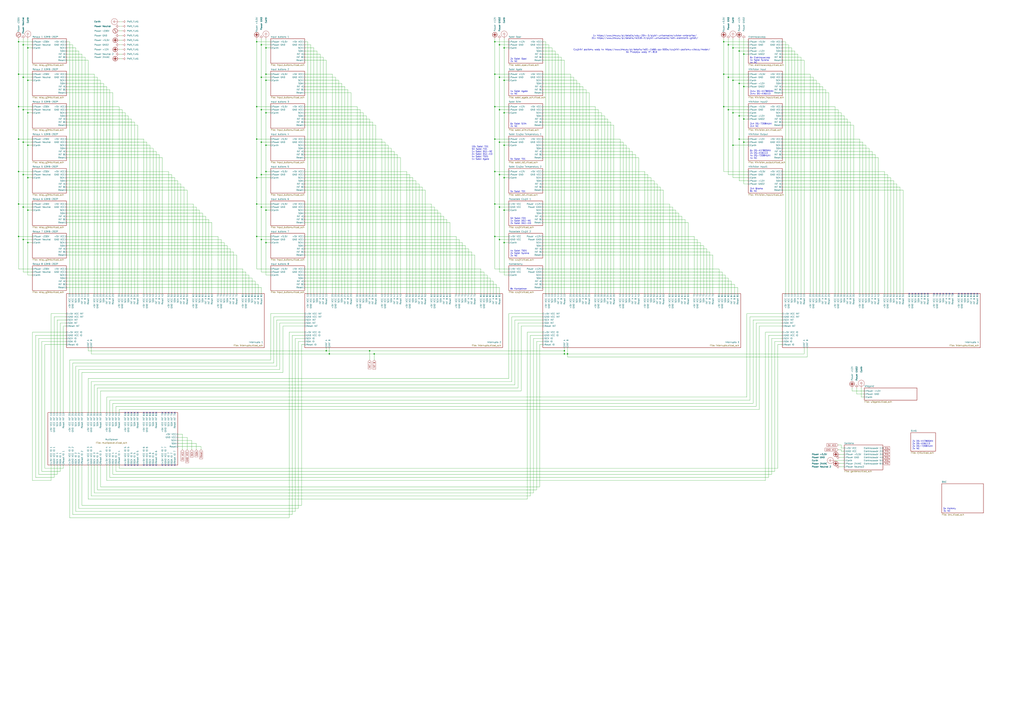
<source format=kicad_sch>
(kicad_sch (version 20231120) (generator "eeschema") (generator_version "8.0")
  (paper "A1")
  (junction (at 270.51 290.83))
  (junction (at 210.82 194.31))
  (junction (at 601.98 92.71))
  (junction (at 607.06 68.58))
  (junction (at 267.97 288.29))
  (junction (at 22.86 172.72))
  (junction (at 414.02 39.37))
  (junction (at 406.4 87.63))
  (junction (at 210.82 167.64))
  (junction (at 218.44 39.37))
  (junction (at 410.21 196.85))
  (junction (at 598.17 90.17))
  (junction (at 210.82 146.05))
  (junction (at 410.21 170.18))
  (junction (at 214.63 36.83))
  (junction (at 406.4 60.96))
  (junction (at 406.4 194.31))
  (junction (at 210.82 34.29))
  (junction (at 414.02 199.39))
  (junction (at 218.44 66.04))
  (junction (at 463.55 290.83))
  (junction (at 414.02 146.05))
  (junction (at 607.06 95.25))
  (junction (at 214.63 116.84))
  (junction (at 594.36 60.96))
  (junction (at 22.86 39.37))
  (junction (at 15.24 140.97))
  (junction (at 410.21 143.51))
  (junction (at 406.4 34.29))
  (junction (at 218.44 92.71))
  (junction (at 22.86 92.71))
  (junction (at 406.4 140.97))
  (junction (at 463.55 288.29))
  (junction (at 414.02 172.72))
  (junction (at 410.21 116.84))
  (junction (at 218.44 140.97))
  (junction (at 410.21 90.17))
  (junction (at 414.02 66.04))
  (junction (at 598.17 63.5))
  (junction (at 406.4 114.3))
  (junction (at 22.86 66.04))
  (junction (at 210.82 114.3))
  (junction (at 601.98 66.04))
  (junction (at 15.24 194.31))
  (junction (at 15.24 34.29))
  (junction (at 19.05 116.84))
  (junction (at 214.63 170.18))
  (junction (at 406.4 167.64))
  (junction (at 19.05 196.85))
  (junction (at 214.63 63.5))
  (junction (at 19.05 36.83))
  (junction (at 15.24 60.96))
  (junction (at 15.24 167.64))
  (junction (at 15.24 87.63))
  (junction (at 22.86 199.39))
  (junction (at 594.36 87.63))
  (junction (at 598.17 36.83))
  (junction (at 410.21 63.5))
  (junction (at 610.87 71.12))
  (junction (at 466.09 290.83))
  (junction (at 22.86 146.05))
  (junction (at 19.05 90.17))
  (junction (at 218.44 172.72))
  (junction (at 19.05 170.18))
  (junction (at 607.06 114.3))
  (junction (at 594.36 34.29))
  (junction (at 214.63 143.51))
  (junction (at 410.21 36.83))
  (junction (at 303.53 288.29))
  (junction (at 218.44 60.96))
  (junction (at 601.98 119.38))
  (junction (at 22.86 119.38))
  (junction (at 214.63 90.17))
  (junction (at 414.02 92.71))
  (junction (at 214.63 196.85))
  (junction (at 218.44 199.39))
  (junction (at 307.34 290.83))
  (junction (at 414.02 119.38))
  (junction (at 607.06 41.91))
  (junction (at 610.87 116.84))
  (junction (at 210.82 87.63))
  (junction (at 610.87 97.79))
  (junction (at 610.87 44.45))
  (junction (at 601.98 39.37))
  (junction (at 19.05 143.51))
  (junction (at 15.24 114.3))
  (junction (at 19.05 63.5))
  (junction (at 218.44 119.38))
  (no_connect (at 143.51 339.09))
  (no_connect (at 772.16 241.3))
  (no_connect (at 749.3 241.3))
  (no_connect (at 140.97 339.09))
  (no_connect (at 769.62 241.3))
  (no_connect (at 110.49 382.27))
  (no_connect (at 113.03 339.09))
  (no_connect (at 105.41 382.27))
  (no_connect (at 125.73 339.09))
  (no_connect (at 762 241.3))
  (no_connect (at 138.43 339.09))
  (no_connect (at 779.78 241.3))
  (no_connect (at 797.56 241.3))
  (no_connect (at 777.24 241.3))
  (no_connect (at 123.19 339.09))
  (no_connect (at 107.95 382.27))
  (no_connect (at 795.02 241.3))
  (no_connect (at 754.38 241.3))
  (no_connect (at 759.46 241.3))
  (no_connect (at 135.89 339.09))
  (no_connect (at 138.43 382.27))
  (no_connect (at 751.84 241.3))
  (no_connect (at 782.32 241.3))
  (no_connect (at 133.35 339.09))
  (no_connect (at 102.87 382.27))
  (no_connect (at 125.73 382.27))
  (no_connect (at 746.76 241.3))
  (no_connect (at 792.48 241.3))
  (no_connect (at 133.35 382.27))
  (no_connect (at 123.19 382.27))
  (no_connect (at 135.89 382.27))
  (no_connect (at 756.92 241.3))
  (no_connect (at 113.03 382.27))
  (no_connect (at 140.97 382.27))
  (no_connect (at 774.7 241.3))
  (no_connect (at 120.65 339.09))
  (no_connect (at 118.11 339.09))
  (no_connect (at 767.08 241.3))
  (no_connect (at 143.51 382.27))
  (no_connect (at 102.87 339.09))
  (no_connect (at 120.65 382.27))
  (no_connect (at 789.94 241.3))
  (no_connect (at 802.64 241.3))
  (no_connect (at 105.41 339.09))
  (no_connect (at 128.27 382.27))
  (no_connect (at 110.49 339.09))
  (no_connect (at 800.1 241.3))
  (no_connect (at 107.95 339.09))
  (no_connect (at 128.27 339.09))
  (no_connect (at 118.11 382.27))
  (no_connect (at 787.4 241.3))
  (wire (pts (xy 628.65 394.97) (xy 628.65 273.05)))
  (wire (pts (xy 130.81 241.3) (xy 130.81 127)))
  (wire (pts (xy 92.71 331.47) (xy 618.49 331.47)))
  (wire (pts (xy 734.06 148.59) (xy 734.06 241.3)))
  (wire (pts (xy 552.45 170.18) (xy 552.45 241.3)))
  (wire (pts (xy 560.07 177.8) (xy 560.07 241.3)))
  (wire (pts (xy 445.77 73.66) (xy 481.33 73.66)))
  (wire (pts (xy 218.44 199.39) (xy 218.44 226.06)))
  (wire (pts (xy 214.63 170.18) (xy 214.63 196.85)))
  (wire (pts (xy 26.67 36.83) (xy 19.05 36.83)))
  (wire (pts (xy 614.68 95.25) (xy 607.06 95.25)))
  (wire (pts (xy 501.65 100.33) (xy 501.65 241.3)))
  (wire (pts (xy 31.75 278.13) (xy 31.75 389.89)))
  (wire (pts (xy 250.19 100.33) (xy 306.07 100.33)))
  (wire (pts (xy 494.03 92.71) (xy 494.03 241.3)))
  (wire (pts (xy 642.62 265.43) (xy 621.03 265.43)))
  (wire (pts (xy 222.25 257.81) (xy 250.19 257.81)))
  (wire (pts (xy 328.93 129.54) (xy 328.93 241.3)))
  (wire (pts (xy 662.94 293.37) (xy 662.94 285.75)))
  (wire (pts (xy 321.31 241.3) (xy 321.31 121.92)))
  (wire (pts (xy 414.02 172.72) (xy 414.02 199.39)))
  (wire (pts (xy 414.02 92.71) (xy 417.83 92.71)))
  (wire (pts (xy 46.99 389.89) (xy 46.99 382.27)))
  (wire (pts (xy 158.75 167.64) (xy 158.75 241.3)))
  (wire (pts (xy 706.12 114.3) (xy 706.12 241.3)))
  (wire (pts (xy 445.77 100.33) (xy 501.65 100.33)))
  (wire (pts (xy 87.63 382.27) (xy 87.63 394.97)))
  (wire (pts (xy 54.61 92.71) (xy 102.87 92.71)))
  (wire (pts (xy 642.62 151.13) (xy 736.6 151.13)))
  (wire (pts (xy 22.86 172.72) (xy 22.86 199.39)))
  (wire (pts (xy 410.21 36.83) (xy 417.83 36.83)))
  (wire (pts (xy 739.14 153.67) (xy 739.14 241.3)))
  (wire (pts (xy 250.19 119.38) (xy 318.77 119.38)))
  (wire (pts (xy 95.25 387.35) (xy 95.25 382.27)))
  (wire (pts (xy 614.68 143.51) (xy 598.17 143.51)))
  (wire (pts (xy 511.81 116.84) (xy 511.81 241.3)))
  (wire (pts (xy 166.37 241.3) (xy 166.37 175.26)))
  (wire (pts (xy 26.67 92.71) (xy 22.86 92.71)))
  (wire (pts (xy 54.61 220.98) (xy 199.39 220.98)))
  (wire (pts (xy 36.83 384.81) (xy 52.07 384.81)))
  (wire (pts (xy 405.13 231.14) (xy 405.13 241.3)))
  (wire (pts (xy 97.79 25.4) (xy 100.33 25.4)))
  (wire (pts (xy 359.41 241.3) (xy 359.41 172.72)))
  (wire (pts (xy 410.21 116.84) (xy 410.21 90.17)))
  (wire (pts (xy 445.77 201.93) (xy 577.85 201.93)))
  (wire (pts (xy 544.83 156.21) (xy 544.83 241.3)))
  (wire (pts (xy 67.31 241.3) (xy 67.31 44.45)))
  (wire (pts (xy 406.4 34.29) (xy 417.83 34.29)))
  (wire (pts (xy 166.37 175.26) (xy 54.61 175.26)))
  (wire (pts (xy 97.79 339.09) (xy 97.79 336.55)))
  (wire (pts (xy 406.4 87.63) (xy 406.4 60.96)))
  (wire (pts (xy 539.75 151.13) (xy 539.75 241.3)))
  (wire (pts (xy 642.62 41.91) (xy 652.78 41.91)))
  (wire (pts (xy 425.45 265.43) (xy 445.77 265.43)))
  (wire (pts (xy 427.99 321.31) (xy 82.55 321.31)))
  (wire (pts (xy 34.29 280.67) (xy 54.61 280.67)))
  (wire (pts (xy 445.77 233.68) (xy 603.25 233.68)))
  (wire (pts (xy 410.21 236.22) (xy 410.21 241.3)))
  (wire (pts (xy 285.75 73.66) (xy 285.75 241.3)))
  (wire (pts (xy 445.77 116.84) (xy 511.81 116.84)))
  (wire (pts (xy 636.27 280.67) (xy 636.27 387.35)))
  (wire (pts (xy 19.05 170.18) (xy 19.05 196.85)))
  (wire (pts (xy 389.89 241.3) (xy 389.89 209.55)))
  (wire (pts (xy 422.91 262.89) (xy 422.91 316.23)))
  (wire (pts (xy 364.49 177.8) (xy 364.49 241.3)))
  (wire (pts (xy 214.63 63.5) (xy 214.63 90.17)))
  (wire (pts (xy 359.41 172.72) (xy 250.19 172.72)))
  (wire (pts (xy 417.83 167.64) (xy 406.4 167.64)))
  (wire (pts (xy 709.93 323.85) (xy 703.58 323.85)))
  (wire (pts (xy 647.7 36.83) (xy 647.7 241.3)))
  (wire (pts (xy 445.77 46.99) (xy 461.01 46.99)))
  (wire (pts (xy 713.74 241.3) (xy 713.74 121.92)))
  (wire (pts (xy 445.77 223.52) (xy 593.09 223.52)))
  (wire (pts (xy 387.35 207.01) (xy 387.35 241.3)))
  (wire (pts (xy 598.17 228.6) (xy 598.17 241.3)))
  (wire (pts (xy 87.63 326.39) (xy 613.41 326.39)))
  (wire (pts (xy 688.34 365.76) (xy 690.88 365.76)))
  (wire (pts (xy 54.61 182.88) (xy 173.99 182.88)))
  (wire (pts (xy 716.28 124.46) (xy 716.28 241.3)))
  (wire (pts (xy 214.63 116.84) (xy 214.63 143.51)))
  (wire (pts (xy 92.71 382.27) (xy 92.71 389.89)))
  (wire (pts (xy 184.15 199.39) (xy 184.15 241.3)))
  (wire (pts (xy 718.82 127) (xy 642.62 127)))
  (wire (pts (xy 642.62 60.96) (xy 665.48 60.96)))
  (wire (pts (xy 445.77 76.2) (xy 483.87 76.2)))
  (wire (pts (xy 62.23 241.3) (xy 62.23 39.37)))
  (wire (pts (xy 420.37 313.69) (xy 74.93 313.69)))
  (wire (pts (xy 161.29 364.49) (xy 161.29 369.57)))
  (wire (pts (xy 138.43 241.3) (xy 138.43 140.97)))
  (wire (pts (xy 179.07 241.3) (xy 179.07 194.31)))
  (wire (pts (xy 19.05 143.51) (xy 19.05 170.18)))
  (wire (pts (xy 250.19 209.55) (xy 389.89 209.55)))
  (wire (pts (xy 445.77 124.46) (xy 519.43 124.46)))
  (wire (pts (xy 250.19 278.13) (xy 242.57 278.13)))
  (wire (pts (xy 445.77 204.47) (xy 580.39 204.47)))
  (wire (pts (xy 250.19 124.46) (xy 323.85 124.46)))
  (wire (pts (xy 265.43 46.99) (xy 265.43 241.3)))
  (wire (pts (xy 445.77 220.98) (xy 590.55 220.98)))
  (wire (pts (xy 488.95 87.63) (xy 488.95 241.3)))
  (wire (pts (xy 128.27 124.46) (xy 128.27 241.3)))
  (wire (pts (xy 54.61 36.83) (xy 59.69 36.83)))
  (wire (pts (xy 214.63 143.51) (xy 214.63 170.18)))
  (wire (pts (xy 214.63 236.22) (xy 214.63 241.3)))
  (wire (pts (xy 250.19 199.39) (xy 379.73 199.39)))
  (wire (pts (xy 222.25 34.29) (xy 210.82 34.29)))
  (wire (pts (xy 435.61 275.59) (xy 435.61 407.67)))
  (wire (pts (xy 394.97 220.98) (xy 394.97 241.3)))
  (wire (pts (xy 410.21 196.85) (xy 417.83 196.85)))
  (wire (pts (xy 250.19 228.6) (xy 402.59 228.6)))
  (wire (pts (xy 406.4 60.96) (xy 406.4 34.29)))
  (wire (pts (xy 406.4 140.97) (xy 406.4 114.3)))
  (wire (pts (xy 267.97 285.75) (xy 267.97 288.29)))
  (wire (pts (xy 102.87 92.71) (xy 102.87 241.3)))
  (wire (pts (xy 406.4 114.3) (xy 417.83 114.3)))
  (wire (pts (xy 594.36 34.29) (xy 594.36 31.75)))
  (wire (pts (xy 210.82 167.64) (xy 222.25 167.64)))
  (wire (pts (xy 118.11 114.3) (xy 118.11 241.3)))
  (wire (pts (xy 262.89 241.3) (xy 262.89 44.45)))
  (wire (pts (xy 458.47 44.45) (xy 458.47 241.3)))
  (wire (pts (xy 74.93 290.83) (xy 270.51 290.83)))
  (wire (pts (xy 516.89 121.92) (xy 445.77 121.92)))
  (wire (pts (xy 26.67 116.84) (xy 19.05 116.84)))
  (wire (pts (xy 210.82 34.29) (xy 210.82 87.63)))
  (wire (pts (xy 54.61 167.64) (xy 158.75 167.64)))
  (wire (pts (xy 711.2 119.38) (xy 711.2 241.3)))
  (wire (pts (xy 80.01 318.77) (xy 425.45 318.77)))
  (wire (pts (xy 22.86 66.04) (xy 22.86 92.71)))
  (wire (pts (xy 621.03 334.01) (xy 95.25 334.01)))
  (wire (pts (xy 613.41 326.39) (xy 613.41 257.81)))
  (wire (pts (xy 321.31 121.92) (xy 250.19 121.92)))
  (wire (pts (xy 44.45 382.27) (xy 44.45 392.43)))
  (wire (pts (xy 414.02 31.75) (xy 414.02 39.37)))
  (wire (pts (xy 642.62 283.21) (xy 638.81 283.21)))
  (wire (pts (xy 54.61 129.54) (xy 133.35 129.54)))
  (wire (pts (xy 218.44 119.38) (xy 218.44 140.97)))
  (wire (pts (xy 614.68 119.38) (xy 601.98 119.38)))
  (wire (pts (xy 688.34 369.57) (xy 690.88 369.57)))
  (wire (pts (xy 54.61 41.91) (xy 64.77 41.91)))
  (wire (pts (xy 72.39 288.29) (xy 267.97 288.29)))
  (wire (pts (xy 670.56 66.04) (xy 670.56 241.3)))
  (wire (pts (xy 445.77 175.26) (xy 557.53 175.26)))
  (wire (pts (xy 222.25 295.91) (xy 57.15 295.91)))
  (wire (pts (xy 80.01 241.3) (xy 80.01 63.5)))
  (wire (pts (xy 54.61 68.58) (xy 85.09 68.58)))
  (wire (pts (xy 218.44 172.72) (xy 218.44 199.39)))
  (wire (pts (xy 250.19 153.67) (xy 346.71 153.67)))
  (wire (pts (xy 62.23 300.99) (xy 227.33 300.99)))
  (wire (pts (xy 22.86 199.39) (xy 22.86 226.06)))
  (wire (pts (xy 87.63 71.12) (xy 54.61 71.12)))
  (wire (pts (xy 562.61 180.34) (xy 562.61 241.3)))
  (wire (pts (xy 153.67 359.41) (xy 153.67 369.57)))
  (wire (pts (xy 410.21 116.84) (xy 417.83 116.84)))
  (wire (pts (xy 427.99 267.97) (xy 445.77 267.97)))
  (wire (pts (xy 718.82 241.3) (xy 718.82 127)))
  (wire (pts (xy 318.77 119.38) (xy 318.77 241.3)))
  (wire (pts (xy 642.62 280.67) (xy 636.27 280.67)))
  (wire (pts (xy 463.55 49.53) (xy 463.55 241.3)))
  (wire (pts (xy 222.25 146.05) (xy 210.82 146.05)))
  (wire (pts (xy 466.09 290.83) (xy 466.09 285.75)))
  (wire (pts (xy 250.19 36.83) (xy 255.27 36.83)))
  (wire (pts (xy 410.21 31.75) (xy 410.21 36.83)))
  (wire (pts (xy 222.25 36.83) (xy 214.63 36.83)))
  (wire (pts (xy 149.86 356.87) (xy 149.86 369.57)))
  (wire (pts (xy 306.07 100.33) (xy 306.07 241.3)))
  (wire (pts (xy 222.25 116.84) (xy 214.63 116.84)))
  (wire (pts (xy 19.05 116.84) (xy 19.05 143.51)))
  (wire (pts (xy 218.44 39.37) (xy 222.25 39.37)))
  (wire (pts (xy 207.01 228.6) (xy 207.01 241.3)))
  (wire (pts (xy 445.77 199.39) (xy 575.31 199.39)))
  (wire (pts (xy 614.68 36.83) (xy 598.17 36.83)))
  (wire (pts (xy 642.62 68.58) (xy 673.1 68.58)))
  (wire (pts (xy 402.59 228.6) (xy 402.59 241.3)))
  (wire (pts (xy 77.47 382.27) (xy 77.47 405.13)))
  (wire (pts (xy 146.05 359.41) (xy 153.67 359.41)))
  (wire (pts (xy 54.61 148.59) (xy 146.05 148.59)))
  (wire (pts (xy 22.86 146.05) (xy 26.67 146.05)))
  (wire (pts (xy 471.17 63.5) (xy 471.17 241.3)))
  (wire (pts (xy 90.17 73.66) (xy 90.17 241.3)))
  (wire (pts (xy 218.44 226.06) (xy 222.25 226.06)))
  (wire (pts (xy 242.57 278.13) (xy 242.57 420.37)))
  (wire (pts (xy 600.71 231.14) (xy 600.71 241.3)))
  (wire (pts (xy 267.97 288.29) (xy 303.53 288.29)))
  (wire (pts (xy 585.47 209.55) (xy 585.47 241.3)))
  (wire (pts (xy 614.68 66.04) (xy 601.98 66.04)))
  (wire (pts (xy 97.79 21.59) (xy 100.33 21.59)))
  (wire (pts (xy 59.69 422.91) (xy 240.03 422.91)))
  (wire (pts (xy 64.77 382.27) (xy 64.77 417.83)))
  (wire (pts (xy 698.5 100.33) (xy 698.5 241.3)))
  (wire (pts (xy 62.23 339.09) (xy 62.23 300.99)))
  (wire (pts (xy 123.19 119.38) (xy 123.19 241.3)))
  (wire (pts (xy 54.61 180.34) (xy 171.45 180.34)))
  (wire (pts (xy 72.39 382.27) (xy 72.39 410.21)))
  (wire (pts (xy 54.61 223.52) (xy 201.93 223.52)))
  (wire (pts (xy 614.68 71.12) (xy 610.87 71.12)))
  (wire (pts (xy 406.4 140.97) (xy 417.83 140.97)))
  (wire (pts (xy 414.02 226.06) (xy 417.83 226.06)))
  (wire (pts (xy 642.62 100.33) (xy 698.5 100.33)))
  (wire (pts (xy 222.25 143.51) (xy 214.63 143.51)))
  (wire (pts (xy 455.93 41.91) (xy 455.93 241.3)))
  (wire (pts (xy 379.73 199.39) (xy 379.73 241.3)))
  (wire (pts (xy 349.25 156.21) (xy 250.19 156.21)))
  (wire (pts (xy 642.62 49.53) (xy 660.4 49.53)))
  (wire (pts (xy 607.06 41.91) (xy 614.68 41.91)))
  (wire (pts (xy 130.81 127) (xy 54.61 127)))
  (wire (pts (xy 689.61 383.54) (xy 693.42 383.54)))
  (wire (pts (xy 613.41 257.81) (xy 642.62 257.81)))
  (wire (pts (xy 250.19 196.85) (xy 377.19 196.85)))
  (wire (pts (xy 74.93 407.67) (xy 74.93 382.27)))
  (wire (pts (xy 346.71 153.67) (xy 346.71 241.3)))
  (wire (pts (xy 374.65 241.3) (xy 374.65 194.31)))
  (wire (pts (xy 214.63 63.5) (xy 214.63 36.83)))
  (wire (pts (xy 303.53 288.29) (xy 463.55 288.29)))
  (wire (pts (xy 414.02 66.04) (xy 417.83 66.04)))
  (wire (pts (xy 161.29 170.18) (xy 161.29 241.3)))
  (wire (pts (xy 410.21 143.51) (xy 410.21 170.18)))
  (wire (pts (xy 610.87 31.75) (xy 610.87 44.45)))
  (wire (pts (xy 689.61 375.92) (xy 693.42 375.92)))
  (wire (pts (xy 427.99 267.97) (xy 427.99 321.31)))
  (wire (pts (xy 15.24 140.97) (xy 26.67 140.97)))
  (wire (pts (xy 298.45 92.71) (xy 298.45 241.3)))
  (wire (pts (xy 678.18 73.66) (xy 678.18 241.3)))
  (wire (pts (xy 445.77 170.18) (xy 552.45 170.18)))
  (wire (pts (xy 247.65 415.29) (xy 67.31 415.29)))
  (wire (pts (xy 222.25 196.85) (xy 214.63 196.85)))
  (wire (pts (xy 440.69 280.67) (xy 445.77 280.67)))
  (wire (pts (xy 410.21 196.85) (xy 410.21 223.52)))
  (wire (pts (xy 41.91 394.97) (xy 41.91 382.27)))
  (wire (pts (xy 445.77 209.55) (xy 585.47 209.55)))
  (wire (pts (xy 445.77 71.12) (xy 478.79 71.12)))
  (wire (pts (xy 473.71 66.04) (xy 473.71 241.3)))
  (wire (pts (xy 690.88 92.71) (xy 690.88 241.3)))
  (wire (pts (xy 210.82 114.3) (xy 222.25 114.3)))
  (wire (pts (xy 146.05 356.87) (xy 149.86 356.87)))
  (wire (pts (xy 514.35 119.38) (xy 514.35 241.3)))
  (wire (pts (xy 595.63 226.06) (xy 595.63 241.3)))
  (wire (pts (xy 218.44 39.37) (xy 218.44 60.96)))
  (wire (pts (xy 146.05 148.59) (xy 146.05 241.3)))
  (wire (pts (xy 273.05 60.96) (xy 273.05 241.3)))
  (wire (pts (xy 31.75 389.89) (xy 46.99 389.89)))
  (wire (pts (xy 445.77 283.21) (xy 443.23 283.21)))
  (wire (pts (xy 339.09 241.3) (xy 339.09 146.05)))
  (wire (pts (xy 41.91 257.81) (xy 41.91 339.09)))
  (wire (pts (xy 445.77 114.3) (xy 509.27 114.3)))
  (wire (pts (xy 62.23 39.37) (xy 54.61 39.37)))
  (wire (pts (xy 26.67 87.63) (xy 15.24 87.63)))
  (wire (pts (xy 642.62 146.05) (xy 731.52 146.05)))
  (wire (pts (xy 544.83 156.21) (xy 445.77 156.21)))
  (wire (pts (xy 218.44 60.96) (xy 218.44 66.04)))
  (wire (pts (xy 631.19 275.59) (xy 631.19 392.43)))
  (wire (pts (xy 660.4 49.53) (xy 660.4 241.3)))
  (wire (pts (xy 445.77 172.72) (xy 554.99 172.72)))
  (wire (pts (xy 54.61 196.85) (xy 181.61 196.85)))
  (wire (pts (xy 15.24 140.97) (xy 15.24 167.64)))
  (wire (pts (xy 406.4 31.75) (xy 406.4 34.29)))
  (wire (pts (xy 255.27 36.83) (xy 255.27 241.3)))
  (wire (pts (xy 614.68 92.71) (xy 601.98 92.71)))
  (wire (pts (xy 250.19 129.54) (xy 328.93 129.54)))
  (wire (pts (xy 736.6 151.13) (xy 736.6 241.3)))
  (wire (pts (xy 105.41 95.25) (xy 54.61 95.25)))
  (wire (pts (xy 450.85 36.83) (xy 450.85 241.3)))
  (wire (pts (xy 97.79 44.45) (xy 100.33 44.45)))
  (wire (pts (xy 369.57 182.88) (xy 369.57 241.3)))
  (wire (pts (xy 688.34 90.17) (xy 688.34 241.3)))
  (wire (pts (xy 250.19 60.96) (xy 273.05 60.96)))
  (wire (pts (xy 642.62 129.54) (xy 721.36 129.54)))
  (wire (pts (xy 52.07 384.81) (xy 52.07 382.27)))
  (wire (pts (xy 54.61 73.66) (xy 90.17 73.66)))
  (wire (pts (xy 59.69 382.27) (xy 59.69 422.91)))
  (wire (pts (xy 54.61 262.89) (xy 46.99 262.89)))
  (wire (pts (xy 610.87 44.45) (xy 614.68 44.45)))
  (wire (pts (xy 618.49 262.89) (xy 642.62 262.89)))
  (wire (pts (xy 349.25 241.3) (xy 349.25 156.21)))
  (wire (pts (xy 34.29 280.67) (xy 34.29 387.35)))
  (wire (pts (xy 240.03 422.91) (xy 240.03 275.59)))
  (wire (pts (xy 621.03 265.43) (xy 621.03 334.01)))
  (wire (pts (xy 570.23 194.31) (xy 570.23 241.3)))
  (wire (pts (xy 539.75 151.13) (xy 445.77 151.13)))
  (wire (pts (xy 250.19 44.45) (xy 262.89 44.45)))
  (wire (pts (xy 153.67 241.3) (xy 153.67 156.21)))
  (wire (pts (xy 675.64 71.12) (xy 675.64 241.3)))
  (wire (pts (xy 466.09 290.83) (xy 660.4 290.83)))
  (wire (pts (xy 85.09 68.58) (xy 85.09 241.3)))
  (wire (pts (xy 74.93 285.75) (xy 74.93 290.83)))
  (wire (pts (xy 406.4 140.97) (xy 406.4 167.64)))
  (wire (pts (xy 64.77 41.91) (xy 64.77 241.3)))
  (wire (pts (xy 665.48 60.96) (xy 665.48 241.3)))
  (wire (pts (xy 384.81 204.47) (xy 250.19 204.47)))
  (wire (pts (xy 250.19 226.06) (xy 400.05 226.06)))
  (wire (pts (xy 15.24 220.98) (xy 26.67 220.98)))
  (wire (pts (xy 610.87 97.79) (xy 610.87 71.12)))
  (wire (pts (xy 603.25 233.68) (xy 603.25 241.3)))
  (wire (pts (xy 97.79 384.81) (xy 97.79 382.27)))
  (wire (pts (xy 417.83 311.15) (xy 417.83 257.81)))
  (wire (pts (xy 54.61 265.43) (xy 49.53 265.43)))
  (wire (pts (xy 250.19 143.51) (xy 336.55 143.51)))
  (wire (pts (xy 34.29 387.35) (xy 49.53 387.35)))
  (wire (pts (xy 163.83 241.3) (xy 163.83 172.72)))
  (wire (pts (xy 87.63 394.97) (xy 628.65 394.97)))
  (wire (pts (xy 54.61 236.22) (xy 214.63 236.22)))
  (wire (pts (xy 689.61 373.38) (xy 693.42 373.38)))
  (wire (pts (xy 476.25 68.58) (xy 476.25 241.3)))
  (wire (pts (xy 87.63 241.3) (xy 87.63 71.12)))
  (wire (pts (xy 642.62 66.04) (xy 670.56 66.04)))
  (wire (pts (xy 218.44 140.97) (xy 218.44 172.72)))
  (wire (pts (xy 210.82 87.63) (xy 210.82 114.3)))
  (wire (pts (xy 731.52 146.05) (xy 731.52 241.3)))
  (wire (pts (xy 445.77 34.29) (xy 448.31 34.29)))
  (wire (pts (xy 614.68 97.79) (xy 610.87 97.79)))
  (wire (pts (xy 218.44 119.38) (xy 222.25 119.38)))
  (wire (pts (xy 72.39 241.3) (xy 72.39 49.53)))
  (wire (pts (xy 120.65 116.84) (xy 120.65 241.3)))
  (wire (pts (xy 445.77 90.17) (xy 491.49 90.17)))
  (wire (pts (xy 67.31 306.07) (xy 67.31 339.09)))
  (wire (pts (xy 689.61 381) (xy 693.42 381)))
  (wire (pts (xy 341.63 148.59) (xy 341.63 241.3)))
  (wire (pts (xy 80.01 63.5) (xy 54.61 63.5)))
  (wire (pts (xy 19.05 63.5) (xy 19.05 90.17)))
  (wire (pts (xy 422.91 316.23) (xy 77.47 316.23)))
  (wire (pts (xy 445.77 36.83) (xy 450.85 36.83)))
  (wire (pts (xy 222.25 90.17) (xy 214.63 90.17)))
  (wire (pts (xy 204.47 226.06) (xy 204.47 241.3)))
  (wire (pts (xy 210.82 220.98) (xy 222.25 220.98)))
  (wire (pts (xy 598.17 143.51) (xy 598.17 90.17)))
  (wire (pts (xy 614.68 39.37) (xy 601.98 39.37)))
  (wire (pts (xy 336.55 143.51) (xy 336.55 241.3)))
  (wire (pts (xy 107.95 97.79) (xy 107.95 241.3)))
  (wire (pts (xy 601.98 146.05) (xy 601.98 119.38)))
  (wire (pts (xy 283.21 241.3) (xy 283.21 71.12)))
  (wire (pts (xy 326.39 241.3) (xy 326.39 127)))
  (wire (pts (xy 414.02 146.05) (xy 414.02 172.72)))
  (wire (pts (xy 97.79 48.26) (xy 100.33 48.26)))
  (wire (pts (xy 288.29 76.2) (xy 250.19 76.2)))
  (wire (pts (xy 250.19 87.63) (xy 293.37 87.63)))
  (wire (pts (xy 148.59 151.13) (xy 54.61 151.13)))
  (wire (pts (xy 19.05 31.75) (xy 19.05 36.83)))
  (wire (pts (xy 414.02 66.04) (xy 414.02 39.37)))
  (wire (pts (xy 80.01 382.27) (xy 80.01 402.59)))
  (wire (pts (xy 598.17 36.83) (xy 598.17 31.75)))
  (wire (pts (xy 417.83 119.38) (xy 414.02 119.38)))
  (wire (pts (xy 673.1 68.58) (xy 673.1 241.3)))
  (wire (pts (xy 615.95 260.35) (xy 615.95 328.93)))
  (wire (pts (xy 90.17 392.43) (xy 90.17 382.27)))
  (wire (pts (xy 685.8 87.63) (xy 685.8 241.3)))
  (wire (pts (xy 64.77 303.53) (xy 64.77 339.09)))
  (wire (pts (xy 250.19 34.29) (xy 252.73 34.29)))
  (wire (pts (xy 257.81 241.3) (xy 257.81 39.37)))
  (wire (pts (xy 250.19 116.84) (xy 316.23 116.84)))
  (wire (pts (xy 54.61 100.33) (xy 110.49 100.33)))
  (wire (pts (xy 194.31 241.3) (xy 194.31 209.55)))
  (wire (pts (xy 44.45 260.35) (xy 44.45 339.09)))
  (wire (pts (xy 699.77 321.31) (xy 699.77 318.77)))
  (wire (pts (xy 15.24 114.3) (xy 15.24 140.97)))
  (wire (pts (xy 445.77 129.54) (xy 524.51 129.54)))
  (wire (pts (xy 414.02 199.39) (xy 414.02 226.06)))
  (wire (pts (xy 100.33 241.3) (xy 100.33 90.17)))
  (wire (pts (xy 642.62 156.21) (xy 741.68 156.21)))
  (wire (pts (xy 245.11 417.83) (xy 245.11 280.67)))
  (wire (pts (xy 15.24 34.29) (xy 26.67 34.29)))
  (wire (pts (xy 642.62 153.67) (xy 739.14 153.67)))
  (wire (pts (xy 237.49 273.05) (xy 237.49 425.45)))
  (wire (pts (xy 582.93 207.01) (xy 582.93 241.3)))
  (wire (pts (xy 410.21 170.18) (xy 410.21 196.85)))
  (wire (pts (xy 406.4 194.31) (xy 417.83 194.31)))
  (wire (pts (xy 26.67 90.17) (xy 19.05 90.17)))
  (wire (pts (xy 250.19 97.79) (xy 303.53 97.79)))
  (wire (pts (xy 638.81 384.81) (xy 97.79 384.81)))
  (wire (pts (xy 463.55 290.83) (xy 463.55 288.29)))
  (wire (pts (xy 54.61 34.29) (xy 57.15 34.29)))
  (wire (pts (xy 22.86 39.37) (xy 22.86 66.04)))
  (wire (pts (xy 80.01 339.09) (xy 80.01 318.77)))
  (wire (pts (xy 57.15 295.91) (xy 57.15 339.09)))
  (wire (pts (xy 642.62 90.17) (xy 688.34 90.17)))
  (wire (pts (xy 250.19 39.37) (xy 257.81 39.37)))
  (wire (pts (xy 77.47 405.13) (xy 438.15 405.13)))
  (wire (pts (xy 54.61 177.8) (xy 168.91 177.8)))
  (wire (pts (xy 72.39 49.53) (xy 54.61 49.53)))
  (wire (pts (xy 445.77 153.67) (xy 542.29 153.67)))
  (wire (pts (xy 445.77 41.91) (xy 455.93 41.91)))
  (wire (pts (xy 270.51 285.75) (xy 270.51 290.83)))
  (wire (pts (xy 607.06 68.58) (xy 607.06 41.91)))
  (wire (pts (xy 210.82 194.31) (xy 210.82 220.98)))
  (wire (pts (xy 181.61 241.3) (xy 181.61 196.85)))
  (wire (pts (xy 414.02 119.38) (xy 414.02 146.05)))
  (wire (pts (xy 125.73 121.92) (xy 54.61 121.92)))
  (wire (pts (xy 113.03 102.87) (xy 113.03 241.3)))
  (wire (pts (xy 605.79 236.22) (xy 605.79 241.3)))
  (wire (pts (xy 267.97 241.3) (xy 267.97 49.53)))
  (wire (pts (xy 407.67 233.68) (xy 407.67 241.3)))
  (wire (pts (xy 80.01 402.59) (xy 440.69 402.59)))
  (wire (pts (xy 657.86 46.99) (xy 657.86 241.3)))
  (wire (pts (xy 614.68 63.5) (xy 598.17 63.5)))
  (wire (pts (xy 445.77 68.58) (xy 476.25 68.58)))
  (wire (pts (xy 598.17 63.5) (xy 598.17 36.83)))
  (wire (pts (xy 685.8 378.46) (xy 693.42 378.46)))
  (wire (pts (xy 242.57 420.37) (xy 62.23 420.37)))
  (wire (pts (xy 212.09 233.68) (xy 212.09 241.3)))
  (wire (pts (xy 334.01 140.97) (xy 250.19 140.97)))
  (wire (pts (xy 445.77 180.34) (xy 562.61 180.34)))
  (wire (pts (xy 356.87 170.18) (xy 356.87 241.3)))
  (wire (pts (xy 54.61 66.04) (xy 82.55 66.04)))
  (wire (pts (xy 54.61 209.55) (xy 194.31 209.55)))
  (wire (pts (xy 406.4 60.96) (xy 417.83 60.96)))
  (wire (pts (xy 307.34 290.83) (xy 307.34 295.91)))
  (wire (pts (xy 499.11 97.79) (xy 499.11 241.3)))
  (wire (pts (xy 153.67 156.21) (xy 54.61 156.21)))
  (wire (pts (xy 713.74 121.92) (xy 642.62 121.92)))
  (wire (pts (xy 397.51 241.3) (xy 397.51 223.52)))
  (wire (pts (xy 481.33 73.66) (xy 481.33 241.3)))
  (wire (pts (xy 435.61 407.67) (xy 74.93 407.67)))
  (wire (pts (xy 410.21 143.51) (xy 417.83 143.51)))
  (wire (pts (xy 54.61 116.84) (xy 120.65 116.84)))
  (wire (pts (xy 445.77 44.45) (xy 458.47 44.45)))
  (wire (pts (xy 534.67 146.05) (xy 445.77 146.05)))
  (wire (pts (xy 26.67 143.51) (xy 19.05 143.51)))
  (wire (pts (xy 90.17 328.93) (xy 90.17 339.09)))
  (wire (pts (xy 22.86 199.39) (xy 26.67 199.39)))
  (wire (pts (xy 642.62 102.87) (xy 701.04 102.87)))
  (wire (pts (xy 218.44 66.04) (xy 222.25 66.04)))
  (wire (pts (xy 270.51 290.83) (xy 307.34 290.83)))
  (wire (pts (xy 554.99 172.72) (xy 554.99 241.3)))
  (wire (pts (xy 445.77 226.06) (xy 595.63 226.06)))
  (wire (pts (xy 15.24 167.64) (xy 26.67 167.64)))
  (wire (pts (xy 82.55 321.31) (xy 82.55 339.09)))
  (wire (pts (xy 250.19 41.91) (xy 260.35 41.91)))
  (wire (pts (xy 224.79 298.45) (xy 224.79 260.35)))
  (wire (pts (xy 15.24 194.31) (xy 15.24 220.98)))
  (wire (pts (xy 250.19 170.18) (xy 356.87 170.18)))
  (wire (pts (xy 642.62 73.66) (xy 678.18 73.66)))
  (wire (pts (xy 445.77 92.71) (xy 494.03 92.71)))
  (wire (pts (xy 445.77 275.59) (xy 435.61 275.59)))
  (wire (pts (xy 344.17 151.13) (xy 250.19 151.13)))
  (wire (pts (xy 69.85 46.99) (xy 69.85 241.3)))
  (wire (pts (xy 97.79 40.64) (xy 100.33 40.64)))
  (wire (pts (xy 227.33 300.99) (xy 227.33 262.89)))
  (wire (pts (xy 690.88 370.84) (xy 693.42 370.84)))
  (wire (pts (xy 690.88 365.76) (xy 690.88 368.3)))
  (wire (pts (xy 125.73 241.3) (xy 125.73 121.92)))
  (wire (pts (xy 614.68 148.59) (xy 607.06 148.59)))
  (wire (pts (xy 250.19 102.87) (xy 308.61 102.87)))
  (wire (pts (xy 414.02 39.37) (xy 417.83 39.37)))
  (wire (pts (xy 642.62 143.51) (xy 728.98 143.51)))
  (wire (pts (xy 614.68 146.05) (xy 601.98 146.05)))
  (wire (pts (xy 594.36 60.96) (xy 594.36 34.29)))
  (wire (pts (xy 210.82 194.31) (xy 222.25 194.31)))
  (wire (pts (xy 445.77 119.38) (xy 514.35 119.38)))
  (wire (pts (xy 703.58 323.85) (xy 703.58 318.77)))
  (wire (pts (xy 590.55 220.98) (xy 590.55 241.3)))
  (wire (pts (xy 74.93 313.69) (xy 74.93 339.09)))
  (wire (pts (xy 22.86 172.72) (xy 26.67 172.72)))
  (wire (pts (xy 209.55 231.14) (xy 209.55 241.3)))
  (wire (pts (xy 610.87 151.13) (xy 610.87 116.84)))
  (wire (pts (xy 59.69 298.45) (xy 224.79 298.45)))
  (wire (pts (xy 623.57 267.97) (xy 642.62 267.97)))
  (wire (pts (xy 557.53 175.26) (xy 557.53 241.3)))
  (wire (pts (xy 49.53 265.43) (xy 49.53 339.09)))
  (wire (pts (xy 384.81 241.3) (xy 384.81 204.47)))
  (wire (pts (xy 283.21 71.12) (xy 250.19 71.12)))
  (wire (pts (xy 97.79 29.21) (xy 100.33 29.21)))
  (wire (pts (xy 303.53 288.29) (xy 303.53 295.91)))
  (wire (pts (xy 199.39 220.98) (xy 199.39 241.3)))
  (wire (pts (xy 633.73 278.13) (xy 642.62 278.13)))
  (wire (pts (xy 610.87 71.12) (xy 610.87 44.45)))
  (wire (pts (xy 54.61 97.79) (xy 107.95 97.79)))
  (wire (pts (xy 334.01 241.3) (xy 334.01 140.97)))
  (wire (pts (xy 105.41 241.3) (xy 105.41 95.25)))
  (wire (pts (xy 26.67 63.5) (xy 19.05 63.5)))
  (wire (pts (xy 425.45 318.77) (xy 425.45 265.43)))
  (wire (pts (xy 54.61 260.35) (xy 44.45 260.35)))
  (wire (pts (xy 22.86 31.75) (xy 22.86 39.37)))
  (wire (pts (xy 642.62 87.63) (xy 685.8 87.63)))
  (wire (pts (xy 491.49 90.17) (xy 491.49 241.3)))
  (wire (pts (xy 191.77 207.01) (xy 191.77 241.3)))
  (wire (pts (xy 22.86 226.06) (xy 26.67 226.06)))
  (wire (pts (xy 607.06 114.3) (xy 607.06 95.25)))
  (wire (pts (xy 143.51 146.05) (xy 54.61 146.05)))
  (wire (pts (xy 247.65 283.21) (xy 247.65 415.29)))
  (wire (pts (xy 278.13 66.04) (xy 278.13 241.3)))
  (wire (pts (xy 250.19 148.59) (xy 341.63 148.59)))
  (wire (pts (xy 445.77 228.6) (xy 598.17 228.6)))
  (wire (pts (xy 601.98 92.71) (xy 601.98 66.04)))
  (wire (pts (xy 594.36 60.96) (xy 594.36 87.63)))
  (wire (pts (xy 26.67 394.97) (xy 41.91 394.97)))
  (wire (pts (xy 652.78 41.91) (xy 652.78 241.3)))
  (wire (pts (xy 250.19 223.52) (xy 397.51 223.52)))
  (wire (pts (xy 179.07 194.31) (xy 54.61 194.31)))
  (wire (pts (xy 275.59 63.5) (xy 250.19 63.5)))
  (wire (pts (xy 26.67 119.38) (xy 22.86 119.38)))
  (wire (pts (xy 478.79 71.12) (xy 478.79 241.3)))
  (wire (pts (xy 615.95 328.93) (xy 90.17 328.93)))
  (wire (pts (xy 642.62 97.79) (xy 695.96 97.79)))
  (wire (pts (xy 642.62 34.29) (xy 645.16 34.29)))
  (wire (pts (xy 229.87 265.43) (xy 250.19 265.43)))
  (wire (pts (xy 680.72 76.2) (xy 680.72 241.3)))
  (wire (pts (xy 67.31 306.07) (xy 232.41 306.07)))
  (wire (pts (xy 642.62 36.83) (xy 647.7 36.83)))
  (wire (pts (xy 445.77 207.01) (xy 582.93 207.01)))
  (wire (pts (xy 57.15 425.45) (xy 57.15 382.27)))
  (wire (pts (xy 598.17 90.17) (xy 598.17 63.5)))
  (wire (pts (xy 92.71 76.2) (xy 54.61 76.2)))
  (wire (pts (xy 62.23 420.37) (xy 62.23 382.27)))
  (wire (pts (xy 22.86 146.05) (xy 22.86 172.72)))
  (wire (pts (xy 54.61 233.68) (xy 212.09 233.68)))
  (wire (pts (xy 54.61 102.87) (xy 113.03 102.87)))
  (wire (pts (xy 26.67 60.96) (xy 15.24 60.96)))
  (wire (pts (xy 92.71 241.3) (xy 92.71 76.2)))
  (wire (pts (xy 260.35 41.91) (xy 260.35 241.3)))
  (wire (pts (xy 607.06 31.75) (xy 607.06 41.91)))
  (wire (pts (xy 707.39 326.39) (xy 707.39 318.77)))
  (wire (pts (xy 250.19 233.68) (xy 407.67 233.68)))
  (wire (pts (xy 44.45 392.43) (xy 29.21 392.43)))
  (wire (pts (xy 642.62 63.5) (xy 668.02 63.5)))
  (wire (pts (xy 445.77 39.37) (xy 453.39 39.37)))
  (wire (pts (xy 468.63 60.96) (xy 468.63 241.3)))
  (wire (pts (xy 410.21 63.5) (xy 410.21 36.83)))
  (wire (pts (xy 64.77 303.53) (xy 229.87 303.53)))
  (wire (pts (xy 210.82 114.3) (xy 210.82 146.05)))
  (wire (pts (xy 445.77 60.96) (xy 468.63 60.96)))
  (wire (pts (xy 52.07 267.97) (xy 52.07 339.09)))
  (wire (pts (xy 67.31 415.29) (xy 67.31 382.27)))
  (wire (pts (xy 247.65 283.21) (xy 250.19 283.21)))
  (wire (pts (xy 232.41 267.97) (xy 250.19 267.97)))
  (wire (pts (xy 224.79 260.35) (xy 250.19 260.35)))
  (wire (pts (xy 143.51 241.3) (xy 143.51 146.05)))
  (wire (pts (xy 519.43 124.46) (xy 519.43 241.3)))
  (wire (pts (xy 414.02 172.72) (xy 417.83 172.72)))
  (wire (pts (xy 414.02 199.39) (xy 417.83 199.39)))
  (wire (pts (xy 529.59 140.97) (xy 529.59 241.3)))
  (wire (pts (xy 146.05 361.95) (xy 157.48 361.95)))
  (wire (pts (xy 642.62 260.35) (xy 615.95 260.35)))
  (wire (pts (xy 295.91 90.17) (xy 250.19 90.17)))
  (wire (pts (xy 140.97 143.51) (xy 140.97 241.3)))
  (wire (pts (xy 173.99 182.88) (xy 173.99 241.3)))
  (wire (pts (xy 614.68 140.97) (xy 594.36 140.97)))
  (wire (pts (xy 250.19 236.22) (xy 410.21 236.22)))
  (wire (pts (xy 642.62 148.59) (xy 734.06 148.59)))
  (wire (pts (xy 308.61 102.87) (xy 308.61 241.3)))
  (wire (pts (xy 361.95 241.3) (xy 361.95 175.26)))
  (wire (pts (xy 148.59 241.3) (xy 148.59 151.13)))
  (wire (pts (xy 601.98 66.04) (xy 601.98 39.37)))
  (wire (pts (xy 210.82 146.05) (xy 210.82 167.64)))
  (wire (pts (xy 77.47 60.96) (xy 77.47 241.3)))
  (wire (pts (xy 406.4 167.64) (xy 406.4 194.31)))
  (wire (pts (xy 146.05 367.03) (xy 165.1 367.03)))
  (wire (pts (xy 406.4 114.3) (xy 406.4 87.63)))
  (wire (pts (xy 157.48 361.95) (xy 157.48 369.57)))
  (wire (pts (xy 250.19 68.58) (xy 280.67 68.58)))
  (wire (pts (xy 496.57 95.25) (xy 496.57 241.3)))
  (wire (pts (xy 614.68 151.13) (xy 610.87 151.13)))
  (wire (pts (xy 445.77 102.87) (xy 504.19 102.87)))
  (wire (pts (xy 54.61 60.96) (xy 77.47 60.96)))
  (wire (pts (xy 82.55 66.04) (xy 82.55 241.3)))
  (wire (pts (xy 445.77 66.04) (xy 473.71 66.04)))
  (wire (pts (xy 227.33 262.89) (xy 250.19 262.89)))
  (wire (pts (xy 537.21 148.59) (xy 537.21 241.3)))
  (wire (pts (xy 186.69 201.93) (xy 186.69 241.3)))
  (wire (pts (xy 433.07 273.05) (xy 445.77 273.05)))
  (wire (pts (xy 642.62 39.37) (xy 650.24 39.37)))
  (wire (pts (xy 54.61 199.39) (xy 184.15 199.39)))
  (wire (pts (xy 15.24 34.29) (xy 15.24 60.96)))
  (wire (pts (xy 642.62 275.59) (xy 631.19 275.59)))
  (wire (pts (xy 54.61 153.67) (xy 151.13 153.67)))
  (wire (pts (xy 250.19 180.34) (xy 367.03 180.34)))
  (wire (pts (xy 54.61 207.01) (xy 191.77 207.01)))
  (wire (pts (xy 445.77 87.63) (xy 488.95 87.63)))
  (wire (pts (xy 300.99 241.3) (xy 300.99 95.25)))
  (wire (pts (xy 443.23 283.21) (xy 443.23 400.05)))
  (wire (pts (xy 72.39 311.15) (xy 417.83 311.15)))
  (wire (pts (xy 250.19 231.14) (xy 405.13 231.14)))
  (wire (pts (xy 690.88 368.3) (xy 693.42 368.3)))
  (wire (pts (xy 601.98 39.37) (xy 601.98 31.75)))
  (wire (pts (xy 288.29 241.3) (xy 288.29 76.2)))
  (wire (pts (xy 438.15 278.13) (xy 445.77 278.13)))
  (wire (pts (xy 250.19 66.04) (xy 278.13 66.04)))
  (wire (pts (xy 54.61 267.97) (xy 52.07 267.97)))
  (wire (pts (xy 642.62 124.46) (xy 716.28 124.46)))
  (wire (pts (xy 133.35 129.54) (xy 133.35 241.3)))
  (wire (pts (xy 250.19 167.64) (xy 354.33 167.64)))
  (wire (pts (xy 222.25 170.18) (xy 214.63 170.18)))
  (wire (pts (xy 54.61 257.81) (xy 41.91 257.81)))
  (wire (pts (xy 218.44 60.96) (xy 222.25 60.96)))
  (wire (pts (xy 614.68 116.84) (xy 610.87 116.84)))
  (wire (pts (xy 19.05 223.52) (xy 26.67 223.52)))
  (wire (pts (xy 655.32 44.45) (xy 655.32 241.3)))
  (wire (pts (xy 222.25 63.5) (xy 214.63 63.5)))
  (wire (pts (xy 642.62 76.2) (xy 680.72 76.2)))
  (wire (pts (xy 22.86 92.71) (xy 22.86 119.38)))
  (wire (pts (xy 709.93 321.31) (xy 699.77 321.31)))
  (wire (pts (xy 693.42 95.25) (xy 693.42 241.3)))
  (wire (pts (xy 344.17 241.3) (xy 344.17 151.13)))
  (wire (pts (xy 445.77 95.25) (xy 496.57 95.25)))
  (wire (pts (xy 534.67 146.05) (xy 534.67 241.3)))
  (wire (pts (xy 245.11 280.67) (xy 250.19 280.67)))
  (wire (pts (xy 326.39 127) (xy 250.19 127)))
  (wire (pts (xy 19.05 36.83) (xy 19.05 63.5)))
  (wire (pts (xy 410.21 170.18) (xy 417.83 170.18)))
  (wire (pts (xy 414.02 92.71) (xy 414.02 66.04)))
  (wire (pts (xy 29.21 275.59) (xy 54.61 275.59)))
  (wire (pts (xy 54.61 119.38) (xy 123.19 119.38)))
  (wire (pts (xy 642.62 114.3) (xy 706.12 114.3)))
  (wire (pts (xy 72.39 285.75) (xy 72.39 288.29)))
  (wire (pts (xy 417.83 257.81) (xy 445.77 257.81)))
  (wire (pts (xy 168.91 177.8) (xy 168.91 241.3)))
  (wire (pts (xy 461.01 46.99) (xy 461.01 241.3)))
  (wire (pts (xy 250.19 220.98) (xy 394.97 220.98)))
  (wire (pts (xy 19.05 196.85) (xy 26.67 196.85)))
  (wire (pts (xy 614.68 114.3) (xy 607.06 114.3)))
  (wire (pts (xy 26.67 39.37) (xy 22.86 39.37)))
  (wire (pts (xy 316.23 116.84) (xy 316.23 241.3)))
  (wire (pts (xy 618.49 331.47) (xy 618.49 262.89)))
  (wire (pts (xy 445.77 236.22) (xy 605.79 236.22)))
  (wire (pts (xy 323.85 124.46) (xy 323.85 241.3)))
  (wire (pts (xy 72.39 410.21) (xy 433.07 410.21)))
  (wire (pts (xy 532.13 143.51) (xy 532.13 241.3)))
  (wire (pts (xy 367.03 241.3) (xy 367.03 180.34)))
  (wire (pts (xy 313.69 114.3) (xy 250.19 114.3)))
  (wire (pts (xy 250.19 207.01) (xy 387.35 207.01)))
  (wire (pts (xy 250.19 92.71) (xy 298.45 92.71)))
  (wire (pts (xy 19.05 90.17) (xy 19.05 116.84)))
  (wire (pts (xy 97.79 33.02) (xy 100.33 33.02)))
  (wire (pts (xy 709.93 326.39) (xy 707.39 326.39)))
  (wire (pts (xy 529.59 140.97) (xy 445.77 140.97)))
  (wire (pts (xy 410.21 90.17) (xy 410.21 63.5)))
  (wire (pts (xy 15.24 194.31) (xy 26.67 194.31)))
  (wire (pts (xy 57.15 34.29) (xy 57.15 241.3)))
  (wire (pts (xy 410.21 90.17) (xy 417.83 90.17)))
  (wire (pts (xy 741.68 156.21) (xy 741.68 241.3)))
  (wire (pts (xy 445.77 97.79) (xy 499.11 97.79)))
  (wire (pts (xy 410.21 143.51) (xy 410.21 116.84)))
  (wire (pts (xy 222.25 257.81) (xy 222.25 295.91)))
  (wire (pts (xy 210.82 31.75) (xy 210.82 34.29)))
  (wire (pts (xy 695.96 97.79) (xy 695.96 241.3)))
  (wire (pts (xy 229.87 303.53) (xy 229.87 265.43)))
  (wire (pts (xy 642.62 92.71) (xy 690.88 92.71)))
  (wire (pts (xy 607.06 148.59) (xy 607.06 114.3)))
  (wire (pts (xy 726.44 140.97) (xy 726.44 241.3)))
  (wire (pts (xy 214.63 116.84) (xy 214.63 90.17)))
  (wire (pts (xy 614.68 87.63) (xy 594.36 87.63)))
  (wire (pts (xy 440.69 402.59) (xy 440.69 280.67)))
  (wire (pts (xy 26.67 273.05) (xy 54.61 273.05)))
  (wire (pts (xy 275.59 241.3) (xy 275.59 63.5)))
  (wire (pts (xy 642.62 140.97) (xy 726.44 140.97)))
  (wire (pts (xy 445.77 167.64) (xy 549.91 167.64)))
  (wire (pts (xy 97.79 17.78) (xy 100.33 17.78)))
  (wire (pts (xy 445.77 262.89) (xy 422.91 262.89)))
  (wire (pts (xy 26.67 66.04) (xy 22.86 66.04)))
  (wire (pts (xy 549.91 167.64) (xy 549.91 241.3)))
  (wire (pts (xy 26.67 273.05) (xy 26.67 394.97)))
  (wire (pts (xy 54.61 46.99) (xy 69.85 46.99)))
  (wire (pts (xy 728.98 143.51) (xy 728.98 241.3)))
  (wire (pts (xy 361.95 175.26) (xy 250.19 175.26)))
  (wire (pts (xy 445.77 49.53) (xy 463.55 49.53)))
  (wire (pts (xy 95.25 334.01) (xy 95.25 339.09)))
  (wire (pts (xy 410.21 63.5) (xy 417.83 63.5)))
  (wire (pts (xy 214.63 196.85) (xy 214.63 223.52)))
  (wire (pts (xy 438.15 405.13) (xy 438.15 278.13)))
  (wire (pts (xy 614.68 34.29) (xy 594.36 34.29)))
  (wire (pts (xy 445.77 196.85) (xy 572.77 196.85)))
  (wire (pts (xy 642.62 119.38) (xy 711.2 119.38)))
  (wire (pts (xy 218.44 199.39) (xy 222.25 199.39)))
  (wire (pts (xy 410.21 223.52) (xy 417.83 223.52)))
  (wire (pts (xy 313.69 114.3) (xy 313.69 241.3)))
  (wire (pts (xy 218.44 66.04) (xy 218.44 92.71)))
  (wire (pts (xy 151.13 153.67) (xy 151.13 241.3)))
  (wire (pts (xy 54.61 143.51) (xy 140.97 143.51)))
  (wire (pts (xy 463.55 285.75) (xy 463.55 288.29)))
  (wire (pts (xy 377.19 241.3) (xy 377.19 196.85)))
  (wire (pts (xy 252.73 34.29) (xy 252.73 241.3)))
  (wire (pts (xy 642.62 95.25) (xy 693.42 95.25)))
  (wire (pts (xy 46.99 262.89) (xy 46.99 339.09)))
  (wire (pts (xy 15.24 87.63) (xy 15.24 114.3)))
  (wire (pts (xy 690.88 369.57) (xy 690.88 370.84)))
  (wire (pts (xy 250.19 49.53) (xy 267.97 49.53)))
  (wire (pts (xy 300.99 95.25) (xy 250.19 95.25)))
  (wire (pts (xy 210.82 87.63) (xy 222.25 87.63)))
  (wire (pts (xy 445.77 148.59) (xy 537.21 148.59)))
  (wire (pts (xy 614.68 60.96) (xy 594.36 60.96)))
  (wire (pts (xy 406.4 87.63) (xy 417.83 87.63)))
  (wire (pts (xy 638.81 283.21) (xy 638.81 384.81)))
  (wire (pts (xy 19.05 170.18) (xy 26.67 170.18)))
  (wire (pts (xy 565.15 182.88) (xy 565.15 241.3)))
  (wire (pts (xy 218.44 92.71) (xy 218.44 119.38)))
  (wire (pts (xy 542.29 153.67) (xy 542.29 241.3)))
  (wire (pts (xy 146.05 364.49) (xy 161.29 364.49)))
  (wire (pts (xy 303.53 97.79) (xy 303.53 241.3)))
  (wire (pts (xy 92.71 339.09) (xy 92.71 331.47)))
  (wire (pts (xy 72.39 339.09) (xy 72.39 311.15)))
  (wire (pts (xy 614.68 68.58) (xy 607.06 68.58)))
  (wire (pts (xy 382.27 201.93) (xy 382.27 241.3)))
  (wire (pts (xy 189.23 204.47) (xy 54.61 204.47)))
  (wire (pts (xy 97.79 36.83) (xy 100.33 36.83)))
  (wire (pts (xy 575.31 199.39) (xy 575.31 241.3)))
  (wire (pts (xy 171.45 241.3) (xy 171.45 180.34)))
  (wire (pts (xy 222.25 223.52) (xy 214.63 223.52)))
  (wire (pts (xy 307.34 290.83) (xy 463.55 290.83)))
  (wire (pts (xy 49.53 387.35) (xy 49.53 382.27)))
  (wire (pts (xy 708.66 241.3) (xy 708.66 116.84)))
  (wire (pts (xy 483.87 76.2) (xy 483.87 241.3)))
  (wire (pts (xy 406.4 220.98) (xy 417.83 220.98)))
  (wire (pts (xy 87.63 326.39) (xy 87.63 339.09)))
  (wire (pts (xy 222.25 140.97) (xy 218.44 140.97)))
  (wire (pts (xy 237.49 425.45) (xy 57.15 425.45)))
  (wire (pts (xy 414.02 146.05) (xy 417.83 146.05)))
  (wire (pts (xy 280.67 68.58) (xy 280.67 241.3)))
  (wire (pts (xy 607.06 95.25) (xy 607.06 68.58)))
  (wire (pts (xy 110.49 100.33) (xy 110.49 241.3)))
  (wire (pts (xy 466.09 293.37) (xy 662.94 293.37)))
  (wire (pts (xy 521.97 127) (xy 445.77 127)))
  (wire (pts (xy 721.36 129.54) (xy 721.36 241.3)))
  (wire (pts (xy 463.55 290.83) (xy 466.09 290.83)))
  (wire (pts (xy 642.62 71.12) (xy 675.64 71.12)))
  (wire (pts (xy 250.19 177.8) (xy 364.49 177.8)))
  (wire (pts (xy 165.1 367.03) (xy 165.1 369.57)))
  (wire (pts (xy 445.77 260.35) (xy 420.37 260.35)))
  (wire (pts (xy 82.55 382.27) (xy 82.55 400.05)))
  (wire (pts (xy 660.4 285.75) (xy 660.4 290.83)))
  (wire (pts (xy 414.02 92.71) (xy 414.02 119.38)))
  (wire (pts (xy 445.77 231.14) (xy 600.71 231.14)))
  (wire (pts (xy 250.19 46.99) (xy 265.43 46.99)))
  (wire (pts (xy 623.57 336.55) (xy 623.57 267.97)))
  (wire (pts (xy 201.93 241.3) (xy 201.93 223.52)))
  (wire (pts (xy 218.44 92.71) (xy 222.25 92.71)))
  (wire (pts (xy 633.73 389.89) (xy 633.73 278.13)))
  (wire (pts (xy 453.39 39.37) (xy 453.39 241.3)))
  (wire (pts (xy 97.79 87.63) (xy 97.79 241.3)))
  (wire (pts (xy 210.82 167.64) (xy 210.82 194.31)))
  (wire (pts (xy 163.83 172.72) (xy 54.61 172.72)))
  (wire (pts (xy 631.19 392.43) (xy 90.17 392.43)))
  (wire (pts (xy 614.68 90.17) (xy 598.17 90.17)))
  (wire (pts (xy 339.09 146.05) (xy 250.19 146.05)))
  (wire (pts (xy 189.23 241.3) (xy 189.23 204.47)))
  (wire (pts (xy 645.16 34.29) (xy 645.16 241.3)))
  (wire (pts (xy 15.24 60.96) (xy 15.24 87.63)))
  (wire (pts (xy 59.69 339.09) (xy 59.69 298.45)))
  (wire (pts (xy 293.37 87.63) (xy 293.37 241.3)))
  (wire (pts (xy 54.61 124.46) (xy 128.27 124.46)))
  (wire (pts (xy 54.61 226.06) (xy 204.47 226.06)))
  (wire (pts (xy 15.24 31.75) (xy 15.24 34.29)))
  (wire (pts (xy 64.77 417.83) (xy 245.11 417.83)))
  (wire (pts (xy 504.19 102.87) (xy 504.19 241.3)))
  (wire (pts (xy 445.77 143.51) (xy 532.13 143.51)))
  (wire (pts (xy 524.51 129.54) (xy 524.51 241.3)))
  (wire (pts (xy 445.77 63.5) (xy 471.17 63.5)))
  (wire (pts (xy 19.05 196.85) (xy 19.05 223.52)))
  (wire (pts (xy 295.91 241.3) (xy 295.91 90.17)))
  (wire (pts (xy 400.05 226.06) (xy 400.05 241.3)))
  (wire (pts (xy 445.77 177.8) (xy 560.07 177.8)))
  (wire (pts (xy 354.33 167.64) (xy 354.33 241.3)))
  (wire (pts (xy 250.19 182.88) (xy 369.57 182.88)))
  (wire (pts (xy 601.98 119.38) (xy 601.98 92.71)))
  (wire (pts (xy 516.89 121.92) (xy 516.89 241.3)))
  (wire (pts (xy 701.04 102.87) (xy 701.04 241.3)))
  (wire (pts (xy 82.55 400.05) (xy 443.23 400.05)))
  (wire (pts (xy 406.4 194.31) (xy 406.4 220.98)))
  (wire (pts (xy 593.09 223.52) (xy 593.09 241.3)))
  (wire (pts (xy 138.43 140.97) (xy 54.61 140.97)))
  (wire (pts (xy 92.71 389.89) (xy 633.73 389.89)))
  (wire (pts (xy 232.41 267.97) (xy 232.41 306.07)))
  (wire (pts (xy 36.83 283.21) (xy 36.83 384.81)))
  (wire (pts (xy 22.86 119.38) (xy 22.86 146.05)))
  (wire (pts (xy 54.61 170.18) (xy 161.29 170.18)))
  (wire (pts (xy 466.09 293.37) (xy 466.09 290.83)))
  (wire (pts (xy 218.44 31.75) (xy 218.44 39.37)))
  (wire (pts (xy 100.33 90.17) (xy 54.61 90.17)))
  (wire (pts (xy 420.37 260.35) (xy 420.37 313.69)))
  (wire (pts (xy 650.24 39.37) (xy 650.24 241.3)))
  (wire (pts (xy 642.62 44.45) (xy 655.32 44.45)))
  (wire (pts (xy 95.25 387.35) (xy 636.27 387.35)))
  (wire (pts (xy 509.27 114.3) (xy 509.27 241.3)))
  (wire (pts (xy 250.19 201.93) (xy 382.27 201.93)))
  (wire (pts (xy 448.31 34.29) (xy 448.31 241.3)))
  (wire (pts (xy 54.61 201.93) (xy 186.69 201.93)))
  (wire (pts (xy 642.62 46.99) (xy 657.86 46.99)))
  (wire (pts (xy 31.75 278.13) (xy 54.61 278.13)))
  (wire (pts (xy 214.63 31.75) (xy 214.63 36.83)))
  (wire (pts (xy 577.85 201.93) (xy 577.85 241.3)))
  (wire (pts (xy 708.66 116.84) (xy 642.62 116.84)))
  (wire (pts (xy 54.61 231.14) (xy 209.55 231.14)))
  (wire (pts (xy 445.77 194.31) (xy 570.23 194.31)))
  (wire (pts (xy 218.44 172.72) (xy 222.25 172.72)))
  (wire (pts (xy 250.19 273.05) (xy 237.49 273.05)))
  (wire (pts (xy 433.07 410.21) (xy 433.07 273.05)))
  (wire (pts (xy 97.79 336.55) (xy 623.57 336.55)))
  (wire (pts (xy 118.11 114.3) (xy 54.61 114.3)))
  (wire (pts (xy 59.69 36.83) (xy 59.69 241.3)))
  (wire (pts (xy 67.31 44.45) (xy 54.61 44.45)))
  (wire (pts (xy 54.61 228.6) (xy 207.01 228.6)))
  (wire (pts (xy 240.03 275.59) (xy 250.19 275.59)))
  (wire (pts (xy 15.24 167.64) (xy 15.24 194.31)))
  (wire (pts (xy 572.77 196.85) (xy 572.77 241.3)))
  (wire (pts (xy 250.19 73.66) (xy 285.75 73.66)))
  (wire (pts (xy 29.21 392.43) (xy 29.21 275.59)))
  (wire (pts (xy 445.77 182.88) (xy 565.15 182.88)))
  (wire (pts (xy 594.36 87.63) (xy 594.36 140.97)))
  (wire (pts (xy 668.02 63.5) (xy 668.02 241.3)))
  (wire (pts (xy 521.97 127) (xy 521.97 241.3)))
  (wire (pts (xy 628.65 273.05) (xy 642.62 273.05)))
  (wire (pts (xy 26.67 114.3) (xy 15.24 114.3)))
  (wire (pts (xy 36.83 283.21) (xy 54.61 283.21)))
  (wire (pts (xy 580.39 204.47) (xy 580.39 241.3)))
  (wire (pts (xy 54.61 87.63) (xy 97.79 87.63)))
  (wire (pts (xy 374.65 194.31) (xy 250.19 194.31)))
  (wire (pts (xy 77.47 316.23) (xy 77.47 339.09)))
  (wire (pts (xy 610.87 116.84) (xy 610.87 97.79)))
  (text "2x DS-K1T805MX\n2x DS-KV6113\n2x DS-7208HUHI\n2x NC" (at 749.3 365.76 0) (effects (font (size 1.27 1.27)) (justify left)))
  (text "6x Satel Slim\n2x NC" (at 419.1 102.87 0) (effects (font (size 1.27 1.27)) (justify left)))
  (text "4x Satel Agate\n1x NC" (at 419.1 76.2 0) (effects (font (size 1.27 1.27)) (justify left)))
  (text "5x Kamery\n3x NC" (at 774.7 419.1 0) (effects (font (size 1.27 1.27)) (justify left)))
  (text "2x4 DS-7208HUHI\n2x4 NC" (at 615.95 102.87 0) (effects (font (size 1.27 1.27)) (justify left)))
  (text "6x Elektrozaczep\n4x Satel Syrena\n4x NC" (at 615.95 49.53 0) (effects (font (size 1.27 1.27)) (justify left)))
  (text "5x Satel TD1" (at 419.1 157.48 0) (effects (font (size 1.27 1.27)) (justify left)))
  (text "10x Satel TD1\n5X Satel FD1\n1x Satel DG1-ME\n2x Satel DG1-CO\n4x Satel TSD1\n1x Satel Agate" (at 387.35 125.73 0) (effects (font (size 1.27 1.27)) (justify left)))
  (text "6x DS-K1T805MX\n2x DS-KV6113\n4x DS-7208HUHI\n4x NC" (at 615.95 127 0) (effects (font (size 1.27 1.27)) (justify left)))
  (text "Czujniki poziomu wody 4x https://www.tme.eu/pl/details/ls01-1b66-pp-500w/czujniki-poziomu-cieczy/meder/\n6x Przepływ wody YF-810" (at 527.05 41.91 0) (effects (font (size 1.27 1.27))))
  (text "2x4x DS-K1T805MX\n2x4x DS-KV6113" (at 615.95 76.2 0) (effects (font (size 1.27 1.27)) (justify left)))
  (text "5X Satel FD1\n1x Satel DG1-ME\n2x Satel DG1-CO\n" (at 419.1 181.61 0) (effects (font (size 1.27 1.27)) (justify left)))
  (text "8x Kontaktron" (at 419.1 237.49 0) (effects (font (size 1.27 1.27)) (justify left)))
  (text "2x Satel Opal\n2x NC" (at 419.1 49.53 0) (effects (font (size 1.27 1.27)) (justify left)))
  (text "2x4 Brama\n8x NC" (at 615.95 156.21 0) (effects (font (size 1.27 1.27)) (justify left)))
  (text "4x Satel TSD1\n2x Satel Syrena\n2x NC" (at 419.1 208.28 0) (effects (font (size 1.27 1.27)) (justify left)))
  (text "5x Satel TD1" (at 419.1 130.81 0) (effects (font (size 1.27 1.27)) (justify left)))
  (text "1x https://www.tme.eu/pl/details/wbu-204-3/plytki-uniwersalne/wisher-enterprise/\n31x https://www.tme.eu/pl/details/re318-lf/plytki-uniwersalne/roth-elektronik-gmbh/" (at 529.59 30.48 0) (effects (font (size 1.27 1.27))))
  (global_label "PIN" (shape input) (at 725.17 381 0) (property "Intersheetrefs" "${INTERSHEET_REFS}" (effects (hide yes))))
  (global_label "Reset" (shape input) (at 165.1 369.57 270) (property "Intersheetrefs" "${INTERSHEET_REFS}" (effects (hide yes))))
  (global_label "PIN" (shape input) (at 725.17 375.92 0) (property "Intersheetrefs" "${INTERSHEET_REFS}" (effects (hide yes))))
  (global_label "SDA" (shape input) (at 161.29 369.57 270) (property "Intersheetrefs" "${INTERSHEET_REFS}" (effects (hide yes))))
  (global_label "GND VCC" (shape input) (at 153.67 369.57 270) (property "Intersheetrefs" "${INTERSHEET_REFS}" (effects (hide yes))))
  (global_label "PIN" (shape input) (at 725.17 370.84 0) (property "Intersheetrefs" "${INTERSHEET_REFS}" (effects (hide yes))))
  (global_label "GND VCC" (shape input) (at 688.34 369.57 180) (property "Intersheetrefs" "${INTERSHEET_REFS}" (effects (hide yes))))
  (global_label "PIN" (shape input) (at 725.17 373.38 0) (property "Intersheetrefs" "${INTERSHEET_REFS}" (effects (hide yes))))
  (global_label "5V VCC" (shape input) (at 688.34 365.76 180) (property "Intersheetrefs" "${INTERSHEET_REFS}" (effects (hide yes))))
  (global_label "5V VCC" (shape input) (at 149.86 369.57 270) (property "Intersheetrefs" "${INTERSHEET_REFS}" (effects (hide yes))))
  (global_label "SCK" (shape input) (at 157.48 369.57 270) (property "Intersheetrefs" "${INTERSHEET_REFS}" (effects (hide yes))))
  (global_label "INT A" (shape input) (at 303.53 295.91 270) (property "Intersheetrefs" "${INTERSHEET_REFS}" (effects (hide yes))))
  (global_label "PIN" (shape input) (at 725.17 368.3 0) (property "Intersheetrefs" "${INTERSHEET_REFS}" (effects (hide yes))))
  (global_label "PIN" (shape input) (at 725.17 378.46 0) (property "Intersheetrefs" "${INTERSHEET_REFS}" (effects (hide yes))))
  (global_label "INT B" (shape input) (at 307.34 295.91 270) (property "Intersheetrefs" "${INTERSHEET_REFS}" (effects (hide yes))))
  (symbol (lib_id "power:GND") (at 214.63 31.75 180) (unit 1)
    (property "Reference" "#PWR014" (effects (hide yes)))
    (property "Value" "Power GND" (at 214.63 13.97 90) (effects (justify left)))
    (property "Description" "Power symbol creates a global label with name \"GND\" , ground" (effects (hide yes)))
  )
  (symbol (lib_id "power:VAC") (at 97.79 25.4 90) (mirror x) (unit 1)
    (property "Reference" "#PWR06" (effects (hide yes)))
    (property "Value" "Power ~230V" (at 77.47 25.4 90) (effects (justify right)))
    (property "Description" "Power symbol creates a global label with name \"VAC\"" (effects (hide yes)))
  )
  (symbol (lib_id "power:+VDC") (at 210.82 31.75 0) (unit 1)
    (property "Reference" "#PWR013" (effects (hide yes)))
    (property "Value" "Power +5,5V" (at 210.82 13.97 90) (effects (justify right)))
    (property "Description" "Power symbol creates a global label with name \"+VDC\"" (effects (hide yes)))
  )
  (symbol (lib_id "power:+VDC") (at 406.4 31.75 0) (unit 1)
    (property "Reference" "#PWR016" (effects (hide yes)))
    (property "Value" "Power +12V" (at 406.4 13.97 90) (effects (justify right)))
    (property "Description" "Power symbol creates a global label with name \"+VDC\"" (effects (hide yes)))
  )
  (symbol (lib_id "power:GND") (at 97.79 44.45 270) (unit 1)
    (property "Reference" "#PWR011" (effects (hide yes)))
    (property "Value" "Power Neutral 2" (at 77.47 44.45 90) (effects (justify left)))
    (property "Description" "Power symbol creates a global label with name \"GND\" , ground" (effects (hide yes)))
  )
  (symbol (lib_id "power:PWR_FLAG") (at 100.33 17.78 270) (unit 1)
    (property "Reference" "#FLG01" (effects (hide yes)))
    (property "Value" "PWR_FLAG" (at 104.14 17.7799 90) (effects (justify left)))
    (property "Description" "Special symbol for telling ERC where power comes from" (effects (hide yes)))
  )
  (symbol (lib_id "power:+VDC") (at 689.61 381 90) (unit 1)
    (property "Reference" "#PWR027" (effects (hide yes)))
    (property "Value" "Power 24VAC" (at 666.75 381 90) (effects (justify right)))
    (property "Description" "Power symbol creates a global label with name \"+VDC\"" (effects (hide yes)))
  )
  (symbol (lib_id "power:+VDC") (at 97.79 40.64 90) (unit 1)
    (property "Reference" "#PWR010" (effects (hide yes)))
    (property "Value" "Power +12V" (at 77.47 40.64 90) (effects (justify right)))
    (property "Description" "Power symbol creates a global label with name \"+VDC\"" (effects (hide yes)))
  )
  (symbol (lib_id "power:VAC") (at 15.24 31.75 0) (mirror y) (unit 1)
    (property "Reference" "#PWR01" (effects (hide yes)))
    (property "Value" "Power ~230V" (at 15.24 13.97 90) (effects (justify right)))
    (property "Description" "Power symbol creates a global label with name \"VAC\"" (effects (hide yes)))
  )
  (symbol (lib_id "power:GND") (at 689.61 375.92 270) (unit 1)
    (property "Reference" "#PWR026" (effects (hide yes)))
    (property "Value" "Power GND" (at 666.75 375.92 90) (effects (justify left)))
    (property "Description" "Power symbol creates a global label with name \"GND\" , ground" (effects (hide yes)))
  )
  (symbol (lib_id "power:Earth_Protective") (at 218.44 31.75 180) (unit 1)
    (property "Reference" "#PWR015" (effects (hide yes)))
    (property "Value" "Earth" (at 218.44 13.97 90) (effects (justify left)))
    (property "Description" "Power symbol creates a global label with name \"Earth_Protective\"" (effects (hide yes)))
  )
  (symbol (lib_id "power:GND") (at 598.17 31.75 180) (unit 1)
    (property "Reference" "#PWR020" (effects (hide yes)))
    (property "Value" "Power GND" (at 598.17 13.97 90) (effects (justify left)))
    (property "Description" "Power symbol creates a global label with name \"GND\" , ground" (effects (hide yes)))
  )
  (symbol (lib_id "power:+VDC") (at 607.06 31.75 0) (unit 1)
    (property "Reference" "#PWR022" (effects (hide yes)))
    (property "Value" "Power +12V" (at 607.06 13.97 90) (effects (justify right)))
    (property "Description" "Power symbol creates a global label with name \"+VDC\"" (effects (hide yes)))
  )
  (symbol (lib_id "power:GND") (at 703.58 318.77 180) (unit 1)
    (property "Reference" "#PWR030" (effects (hide yes)))
    (property "Value" "Power GND2" (at 703.58 300.99 90) (effects (justify left)))
    (property "Description" "Power symbol creates a global label with name \"GND\" , ground" (effects (hide yes)))
  )
  (symbol (lib_id "power:PWR_FLAG") (at 100.33 21.59 270) (unit 1)
    (property "Reference" "#FLG02" (effects (hide yes)))
    (property "Value" "PWR_FLAG" (at 104.14 21.5899 90) (effects (justify left)))
    (property "Description" "Special symbol for telling ERC where power comes from" (effects (hide yes)))
  )
  (symbol (lib_id "power:+VDC") (at 97.79 48.26 90) (unit 1)
    (property "Reference" "#PWR012" (effects (hide yes)))
    (property "Value" "Power 24VAC" (at 77.47 46.99 90) (effects (justify right)))
    (property "Description" "Power symbol creates a global label with name \"+VDC\"" (effects (hide yes)))
  )
  (symbol (lib_id "power:Earth_Protective") (at 601.98 31.75 180) (unit 1)
    (property "Reference" "#PWR021" (effects (hide yes)))
    (property "Value" "Earth" (at 601.98 13.97 90) (effects (justify left)))
    (property "Description" "Power symbol creates a global label with name \"Earth_Protective\"" (effects (hide yes)))
  )
  (symbol (lib_id "power:GND") (at 97.79 21.59 270) (mirror x) (unit 1)
    (property "Reference" "#PWR05" (effects (hide yes)))
    (property "Value" "Power Neutral" (at 77.47 21.59 90) (effects (justify left)))
    (property "Description" "Power symbol creates a global label with name \"GND\" , ground" (effects (hide yes)))
  )
  (symbol (lib_id "power:PWR_FLAG") (at 100.33 48.26 270) (unit 1)
    (property "Reference" "#FLG09" (effects (hide yes)))
    (property "Value" "PWR_FLAG" (at 104.14 48.2599 90) (effects (justify left)))
    (property "Description" "Special symbol for telling ERC where power comes from" (effects (hide yes)))
  )
  (symbol (lib_id "power:PWR_FLAG") (at 100.33 25.4 270) (unit 1)
    (property "Reference" "#FLG03" (effects (hide yes)))
    (property "Value" "PWR_FLAG" (at 104.14 25.3999 90) (effects (justify left)))
    (property "Description" "Special symbol for telling ERC where power comes from" (effects (hide yes)))
  )
  (symbol (lib_id "power:GND") (at 610.87 31.75 180) (unit 1)
    (property "Reference" "#PWR023" (effects (hide yes)))
    (property "Value" "Power GND2" (at 610.87 13.97 90) (effects (justify left)))
    (property "Description" "Power symbol creates a global label with name \"GND\" , ground" (effects (hide yes)))
  )
  (symbol (lib_id "power:GND") (at 19.05 31.75 0) (mirror x) (unit 1)
    (property "Reference" "#PWR02" (effects (hide yes)))
    (property "Value" "Power Neutral" (at 19.05 13.97 90) (effects (justify left)))
    (property "Description" "Power symbol creates a global label with name \"GND\" , ground" (effects (hide yes)))
  )
  (symbol (lib_id "power:+VDC") (at 594.36 31.75 0) (unit 1)
    (property "Reference" "#PWR019" (effects (hide yes)))
    (property "Value" "Power +5,5V" (at 594.36 13.97 90) (effects (justify right)))
    (property "Description" "Power symbol creates a global label with name \"+VDC\"" (effects (hide yes)))
  )
  (symbol (lib_id "power:Earth_Protective") (at 22.86 31.75 0) (mirror x) (unit 1)
    (property "Reference" "#PWR03" (effects (hide yes)))
    (property "Value" "Earth" (at 22.86 13.97 90) (effects (justify left)))
    (property "Description" "Power symbol creates a global label with name \"Earth_Protective\"" (effects (hide yes)))
  )
  (symbol (lib_id "power:Earth_Protective") (at 707.39 318.77 180) (unit 1)
    (property "Reference" "#PWR031" (effects (hide yes)))
    (property "Value" "Earth" (at 707.39 300.99 90) (effects (justify left)))
    (property "Description" "Power symbol creates a global label with name \"Earth_Protective\"" (effects (hide yes)))
  )
  (symbol (lib_id "power:+VDC") (at 699.77 318.77 0) (unit 1)
    (property "Reference" "#PWR029" (effects (hide yes)))
    (property "Value" "Power +12V" (at 699.77 300.99 90) (effects (justify right)))
    (property "Description" "Power symbol creates a global label with name \"+VDC\"" (effects (hide yes)))
  )
  (symbol (lib_id "power:PWR_FLAG") (at 100.33 40.64 270) (unit 1)
    (property "Reference" "#FLG07" (effects (hide yes)))
    (property "Value" "PWR_FLAG" (at 104.14 40.6399 90) (effects (justify left)))
    (property "Description" "Special symbol for telling ERC where power comes from" (effects (hide yes)))
  )
  (symbol (lib_id "power:Earth_Protective") (at 414.02 31.75 180) (unit 1)
    (property "Reference" "#PWR018" (effects (hide yes)))
    (property "Value" "Earth" (at 414.02 13.97 90) (effects (justify left)))
    (property "Description" "Power symbol creates a global label with name \"Earth_Protective\"" (effects (hide yes)))
  )
  (symbol (lib_id "power:+VDC") (at 97.79 33.02 90) (unit 1)
    (property "Reference" "#PWR08" (effects (hide yes)))
    (property "Value" "Power +5,5V" (at 77.47 33.02 90) (effects (justify right)))
    (property "Description" "Power symbol creates a global label with name \"+VDC\"" (effects (hide yes)))
  )
  (symbol (lib_id "power:PWR_FLAG") (at 100.33 44.45 270) (unit 1)
    (property "Reference" "#FLG08" (effects (hide yes)))
    (property "Value" "PWR_FLAG" (at 104.14 44.4499 90) (effects (justify left)))
    (property "Description" "Special symbol for telling ERC where power comes from" (effects (hide yes)))
  )
  (symbol (lib_id "power:GND") (at 97.79 29.21 270) (unit 1)
    (property "Reference" "#PWR07" (effects (hide yes)))
    (property "Value" "Power GND" (at 77.47 29.21 90) (effects (justify left)))
    (property "Description" "Power symbol creates a global label with name \"GND\" , ground" (effects (hide yes)))
  )
  (symbol (lib_id "power:GND") (at 97.79 36.83 270) (unit 1)
    (property "Reference" "#PWR09" (effects (hide yes)))
    (property "Value" "Power GND2" (at 77.47 36.83 90) (effects (justify left)))
    (property "Description" "Power symbol creates a global label with name \"GND\" , ground" (effects (hide yes)))
  )
  (symbol (lib_id "power:GND") (at 410.21 31.75 180) (unit 1)
    (property "Reference" "#PWR017" (effects (hide yes)))
    (property "Value" "Power GND2" (at 410.21 13.97 90) (effects (justify left)))
    (property "Description" "Power symbol creates a global label with name \"GND\" , ground" (effects (hide yes)))
  )
  (symbol (lib_id "power:PWR_FLAG") (at 100.33 33.02 270) (unit 1)
    (property "Reference" "#FLG05" (effects (hide yes)))
    (property "Value" "PWR_FLAG" (at 104.14 33.0199 90) (effects (justify left)))
    (property "Description" "Special symbol for telling ERC where power comes from" (effects (hide yes)))
  )
  (symbol (lib_id "power:Earth_Protective") (at 97.79 17.78 270) (mirror x) (unit 1)
    (property "Reference" "#PWR04" (effects (hide yes)))
    (property "Value" "Earth" (at 77.47 17.78 90) (effects (justify left)))
    (property "Description" "Power symbol creates a global label with name \"Earth_Protective\"" (effects (hide yes)))
  )
  (symbol (lib_id "power:+VDC") (at 689.61 373.38 90) (unit 1)
    (property "Reference" "#PWR025" (effects (hide yes)))
    (property "Value" "Power +5,5V" (at 666.75 373.38 90) (effects (justify right)))
    (property "Description" "Power symbol creates a global label with name \"+VDC\"" (effects (hide yes)))
  )
  (symbol (lib_id "power:PWR_FLAG") (at 100.33 36.83 270) (unit 1)
    (property "Reference" "#FLG06" (effects (hide yes)))
    (property "Value" "PWR_FLAG" (at 104.14 36.8299 90) (effects (justify left)))
    (property "Description" "Special symbol for telling ERC where power comes from" (effects (hide yes)))
  )
  (symbol (lib_id "power:PWR_FLAG") (at 100.33 29.21 270) (unit 1)
    (property "Reference" "#FLG04" (effects (hide yes)))
    (property "Value" "PWR_FLAG" (at 104.14 29.2099 90) (effects (justify left)))
    (property "Description" "Special symbol for telling ERC where power comes from" (effects (hide yes)))
  )
  (symbol (lib_id "power:Earth_Protective") (at 685.8 378.46 270) (mirror x) (unit 1)
    (property "Reference" "#PWR024" (effects (hide yes)))
    (property "Value" "Earth" (at 666.75 378.46 90) (effects (justify left)))
    (property "Description" "Power symbol creates a global label with name \"Earth_Protective\"" (effects (hide yes)))
  )
  (symbol (lib_id "power:GND") (at 689.61 383.54 270) (unit 1)
    (property "Reference" "#PWR028" (effects (hide yes)))
    (property "Value" "Power Neutral 2" (at 666.75 383.54 90) (effects (justify left)))
    (property "Description" "Power symbol creates a global label with name \"GND\" , ground" (effects (hide yes)))
  )
  (sheet (at 614.68 138.43) (size 27.94 20.32) (stroke (width 0.1524))
    (property "Sheetname" "HikVision Input1" (at 614.68 137.7184 0) (effects (justify left bottom)))
    (property "Sheetfile" "hikvision_input.kicad_sch" (at 614.68 159.3346 0) (effects (justify left top)))
    (pin "Power GND" input (at 614.68 143.51 180))
    (pin "Power +5,5V" input (at 614.68 140.97 180))
    (pin "SDA" input (at 642.62 148.59 0))
    (pin "GND VCC" input (at 642.62 143.51 0))
    (pin "SCK" input (at 642.62 146.05 0))
    (pin "Reset" input (at 642.62 156.21 0))
    (pin "+5V VCC" input (at 642.62 140.97 0))
    (pin "INT A" output (at 642.62 151.13 0))
    (pin "INT B" output (at 642.62 153.67 0))
    (pin "Earth" input (at 614.68 146.05 180))
    (pin "Power GND2" input (at 614.68 151.13 180))
    (pin "Power +12V" input (at 614.68 148.59 180))
  )
  (sheet (at 222.25 111.76) (size 27.94 20.32) (stroke (width 0.1524))
    (property "Sheetname" "Input buttons 4" (at 222.25 111.0484 0) (effects (justify left bottom)))
    (property "Sheetfile" "input_buttons.kicad_sch" (at 222.25 132.6646 0) (effects (justify left top)))
    (pin "Earth" input (at 222.25 119.38 180))
    (pin "Power +5,5V" input (at 222.25 114.3 180))
    (pin "Power GND" input (at 222.25 116.84 180))
    (pin "+5V VCC" input (at 250.19 114.3 0))
    (pin "GND VCC" input (at 250.19 116.84 0))
    (pin "SCK" input (at 250.19 119.38 0))
    (pin "SDA" input (at 250.19 121.92 0))
    (pin "INT B" output (at 250.19 127 0))
    (pin "Reset" input (at 250.19 129.54 0))
    (pin "INT A" output (at 250.19 124.46 0))
  )
  (sheet (at 417.83 165.1) (size 27.94 20.32) (stroke (width 0.1524))
    (property "Sheetname" "Pozostałe Czujki 1" (at 417.83 164.3884 0) (effects (justify left bottom)))
    (property "Sheetfile" "czujki.kicad_sch" (at 417.83 186.0046 0) (effects (justify left top)))
    (pin "Earth" input (at 417.83 172.72 180))
    (pin "GND VCC" input (at 417.83 170.18 180))
    (pin "+5V VCC" input (at 417.83 167.64 180))
    (pin "SDA" input (at 445.77 175.26 0))
    (pin "Reset" input (at 445.77 182.88 0))
    (pin "SCK" input (at 445.77 172.72 0))
    (pin "INT B" output (at 445.77 180.34 0))
    (pin "INT A" output (at 445.77 177.8 0))
    (pin "Power GND" input (at 445.77 170.18 0))
    (pin "Power +12V" input (at 445.77 167.64 0))
  )
  (sheet (at 417.83 85.09) (size 27.94 20.32) (stroke (width 0.1524))
    (property "Sheetname" "Satel Slim" (at 417.83 84.3784 0) (effects (justify left bottom)))
    (property "Sheetfile" "satel_slim.kicad_sch" (at 417.83 105.9946 0) (effects (justify left top)))
    (pin "Earth" input (at 417.83 92.71 180))
    (pin "Power GND" input (at 417.83 90.17 180))
    (pin "Power +12V" input (at 417.83 87.63 180))
    (pin "INT A" output (at 445.77 97.79 0))
    (pin "INT B" output (at 445.77 100.33 0))
    (pin "+5V VCC" input (at 445.77 87.63 0))
    (pin "GND VCC" input (at 445.77 90.17 0))
    (pin "SDA" input (at 445.77 95.25 0))
    (pin "SCK" input (at 445.77 92.71 0))
    (pin "Reset" input (at 445.77 102.87 0))
  )
  (sheet (at 26.67 111.76) (size 27.94 20.32) (stroke (width 0.1524))
    (property "Sheetname" "Relays 4 G3MB-202P" (at 26.67 111.0484 0) (effects (justify left bottom)))
    (property "Sheetfile" "relay_g3mb.kicad_sch" (at 26.67 132.6646 0) (effects (justify left top)))
    (pin "Power ~230V" input (at 26.67 114.3 180))
    (pin "Power Neutral" input (at 26.67 116.84 180))
    (pin "Earth" input (at 26.67 119.38 180))
    (pin "SCK" input (at 54.61 119.38 0))
    (pin "SDA" input (at 54.61 121.92 0))
    (pin "GND VCC" input (at 54.61 116.84 0))
    (pin "+5V VCC" input (at 54.61 114.3 0))
    (pin "Reset" input (at 54.61 129.54 0))
    (pin "INT A" output (at 54.61 124.46 0))
    (pin "INT B" output (at 54.61 127 0))
  )
  (sheet (at 748.03 355.6) (size 20.32 15.24) (stroke (width 0.1524))
    (property "Sheetname" "RJ45" (at 748.03 354.8884 0) (effects (justify left bottom)))
    (property "Sheetfile" "rj45.kicad_sch" (at 748.03 371.4246 0) (effects (justify left top)))
  )
  (sheet (at 614.68 58.42) (size 27.94 20.32) (stroke (width 0.1524))
    (property "Sheetname" "HikVision Input" (at 614.68 57.7084 0) (effects (justify left bottom)))
    (property "Sheetfile" "hikvision_input.kicad_sch" (at 614.68 79.3246 0) (effects (justify left top)))
    (pin "Power GND" input (at 614.68 63.5 180))
    (pin "Power +5,5V" input (at 614.68 60.96 180))
    (pin "SDA" input (at 642.62 68.58 0))
    (pin "GND VCC" input (at 642.62 63.5 0))
    (pin "SCK" input (at 642.62 66.04 0))
    (pin "Reset" input (at 642.62 76.2 0))
    (pin "+5V VCC" input (at 642.62 60.96 0))
    (pin "INT A" output (at 642.62 71.12 0))
    (pin "INT B" output (at 642.62 73.66 0))
    (pin "Earth" input (at 614.68 66.04 180))
    (pin "Power GND2" input (at 614.68 71.12 180))
    (pin "Power +12V" input (at 614.68 68.58 180))
  )
  (sheet (at 54.61 241.3) (size 162.56 44.45) (stroke (width 0.1524))
    (property "Sheetname" "Interrupts 1" (at 204.47 281.94 0) (effects (justify left bottom)))
    (property "Sheetfile" "interrupts.kicad_sch" (at 191.77 283.21 0) (effects (justify left top)))
    (pin "SDA 1" output (at 64.77 241.3 90))
    (pin "GND VCC 1" output (at 59.69 241.3 90))
    (pin "SCK 1" output (at 62.23 241.3 90))
    (pin "Reset 1" output (at 72.39 241.3 90))
    (pin "+5V VCC 1" output (at 57.15 241.3 90))
    (pin "GND VCC 2" output (at 80.01 241.3 90))
    (pin "SCK 2" output (at 82.55 241.3 90))
    (pin "+5V VCC 2" output (at 77.47 241.3 90))
    (pin "SDA 2" output (at 85.09 241.3 90))
    (pin "Reset 2" output (at 92.71 241.3 90))
    (pin "SDA 8" output (at 204.47 241.3 90))
    (pin "Reset 8" output (at 214.63 241.3 90))
    (pin "+5V VCC 8" output (at 199.39 241.3 90))
    (pin "SCK 8" output (at 207.01 241.3 90))
    (pin "GND VCC 8" output (at 201.93 241.3 90))
    (pin "GND VCC 5" output (at 140.97 241.3 90))
    (pin "+5V VCC 5" output (at 138.43 241.3 90))
    (pin "+5V VCC 6" output (at 158.75 241.3 90))
    (pin "SCK 4" output (at 123.19 241.3 90))
    (pin "SDA 4" output (at 125.73 241.3 90))
    (pin "Reset 4" output (at 133.35 241.3 90))
    (pin "SCK 5" output (at 146.05 241.3 90))
    (pin "SDA 5" output (at 143.51 241.3 90))
    (pin "Reset 5" output (at 153.67 241.3 90))
    (pin "+5V VCC 4" output (at 118.11 241.3 90))
    (pin "+5V VCC 3" output (at 97.79 241.3 90))
    (pin "SCK 3" output (at 102.87 241.3 90))
    (pin "Reset 3" output (at 113.03 241.3 90))
    (pin "GND VCC 4" output (at 120.65 241.3 90))
    (pin "SDA 3" output (at 105.41 241.3 90))
    (pin "GND VCC 3" output (at 100.33 241.3 90))
    (pin "SCK INT" input (at 54.61 262.89 180))
    (pin "SDA INT" input (at 54.61 265.43 180))
    (pin "Reset INT" input (at 54.61 267.97 180))
    (pin "GND VCC INT" input (at 54.61 260.35 180))
    (pin "+5V VCC INT" input (at 54.61 257.81 180))
    (pin "SDA 7" output (at 186.69 241.3 90))
    (pin "SCK 7" output (at 184.15 241.3 90))
    (pin "GND VCC 7" output (at 181.61 241.3 90))
    (pin "Reset 7" output (at 194.31 241.3 90))
    (pin "GND VCC 6" output (at 161.29 241.3 90))
    (pin "SDA 6" output (at 166.37 241.3 90))
    (pin "SCK 6" output (at 163.83 241.3 90))
    (pin "Reset 6" output (at 173.99 241.3 90))
    (pin "+5V VCC 7" output (at 179.07 241.3 90))
    (pin "INT A 4" input (at 128.27 241.3 90))
    (pin "INT B 5" input (at 151.13 241.3 90))
    (pin "INT A 5" input (at 148.59 241.3 90))
    (pin "INT B 4" input (at 130.81 241.3 90))
    (pin "INT A 6" input (at 168.91 241.3 90))
    (pin "INT B 3" input (at 110.49 241.3 90))
    (pin "INT A 3" input (at 107.95 241.3 90))
    (pin "INT A 1" input (at 67.31 241.3 90))
    (pin "INT A 2" input (at 87.63 241.3 90))
    (pin "INT B 1" input (at 69.85 241.3 90))
    (pin "INT B 2" input (at 90.17 241.3 90))
    (pin "INT B 6" input (at 171.45 241.3 90))
    (pin "INT A 7" input (at 189.23 241.3 90))
    (pin "INT B 7" input (at 191.77 241.3 90))
    (pin "INT A 8" input (at 209.55 241.3 90))
    (pin "INT B 8" input (at 212.09 241.3 90))
    (pin "INT A" output (at 72.39 285.75 270))
    (pin "INT B" output (at 74.93 285.75 270))
    (pin "Reset IO" input (at 54.61 283.21 180))
    (pin "SCK IO" input (at 54.61 278.13 180))
    (pin "SDA IO" input (at 54.61 280.67 180))
    (pin "GND VCC IO" input (at 54.61 275.59 180))
    (pin "+5V VCC IO" input (at 54.61 273.05 180))
  )
  (sheet (at 26.67 138.43) (size 27.94 20.32) (stroke (width 0.1524))
    (property "Sheetname" "Relays 5 G3MB-202P" (at 26.67 137.7184 0) (effects (justify left bottom)))
    (property "Sheetfile" "relay_g3mb.kicad_sch" (at 26.67 159.3346 0) (effects (justify left top)))
    (pin "Power ~230V" input (at 26.67 140.97 180))
    (pin "Power Neutral" input (at 26.67 143.51 180))
    (pin "Earth" input (at 26.67 146.05 180))
    (pin "SCK" input (at 54.61 146.05 0))
    (pin "SDA" input (at 54.61 148.59 0))
    (pin "GND VCC" input (at 54.61 143.51 0))
    (pin "+5V VCC" input (at 54.61 140.97 0))
    (pin "Reset" input (at 54.61 156.21 0))
    (pin "INT A" output (at 54.61 151.13 0))
    (pin "INT B" output (at 54.61 153.67 0))
  )
  (sheet (at 26.67 31.75) (size 27.94 20.32) (stroke (width 0.1524))
    (property "Sheetname" "Relays 1 G3MB-202P" (at 26.67 31.0384 0) (effects (justify left bottom)))
    (property "Sheetfile" "relay_g3mb.kicad_sch" (at 26.67 52.6546 0) (effects (justify left top)))
    (pin "Power ~230V" input (at 26.67 34.29 180))
    (pin "Power Neutral" input (at 26.67 36.83 180))
    (pin "Earth" input (at 26.67 39.37 180))
    (pin "Reset" input (at 54.61 49.53 0))
    (pin "GND VCC" input (at 54.61 36.83 0))
    (pin "+5V VCC" input (at 54.61 34.29 0))
    (pin "SDA" input (at 54.61 41.91 0))
    (pin "SCK" input (at 54.61 39.37 0))
    (pin "INT B" output (at 54.61 46.99 0))
    (pin "INT A" output (at 54.61 44.45 0))
  )
  (sheet (at 222.25 85.09) (size 27.94 20.32) (stroke (width 0.1524))
    (property "Sheetname" "Input buttons 3" (at 222.25 84.3784 0) (effects (justify left bottom)))
    (property "Sheetfile" "input_buttons.kicad_sch" (at 222.25 105.9946 0) (effects (justify left top)))
    (pin "Earth" input (at 222.25 92.71 180))
    (pin "Power +5,5V" input (at 222.25 87.63 180))
    (pin "Power GND" input (at 222.25 90.17 180))
    (pin "+5V VCC" input (at 250.19 87.63 0))
    (pin "GND VCC" input (at 250.19 90.17 0))
    (pin "SCK" input (at 250.19 92.71 0))
    (pin "SDA" input (at 250.19 95.25 0))
    (pin "INT B" output (at 250.19 100.33 0))
    (pin "Reset" input (at 250.19 102.87 0))
    (pin "INT A" output (at 250.19 97.79 0))
  )
  (sheet (at 222.25 191.77) (size 27.94 20.32) (stroke (width 0.1524))
    (property "Sheetname" "Input buttons 7" (at 222.25 191.0584 0) (effects (justify left bottom)))
    (property "Sheetfile" "input_buttons.kicad_sch" (at 222.25 212.6746 0) (effects (justify left top)))
    (pin "Earth" input (at 222.25 199.39 180))
    (pin "Power +5,5V" input (at 222.25 194.31 180))
    (pin "Power GND" input (at 222.25 196.85 180))
    (pin "+5V VCC" input (at 250.19 194.31 0))
    (pin "GND VCC" input (at 250.19 196.85 0))
    (pin "SCK" input (at 250.19 199.39 0))
    (pin "SDA" input (at 250.19 201.93 0))
    (pin "INT B" output (at 250.19 207.01 0))
    (pin "Reset" input (at 250.19 209.55 0))
    (pin "INT A" output (at 250.19 204.47 0))
  )
  (sheet (at 222.25 165.1) (size 27.94 20.32) (stroke (width 0.1524))
    (property "Sheetname" "Input buttons 6" (at 222.25 164.3884 0) (effects (justify left bottom)))
    (property "Sheetfile" "input_buttons.kicad_sch" (at 222.25 186.0046 0) (effects (justify left top)))
    (pin "Earth" input (at 222.25 172.72 180))
    (pin "Power +5,5V" input (at 222.25 167.64 180))
    (pin "Power GND" input (at 222.25 170.18 180))
    (pin "+5V VCC" input (at 250.19 167.64 0))
    (pin "GND VCC" input (at 250.19 170.18 0))
    (pin "SCK" input (at 250.19 172.72 0))
    (pin "SDA" input (at 250.19 175.26 0))
    (pin "INT B" output (at 250.19 180.34 0))
    (pin "Reset" input (at 250.19 182.88 0))
    (pin "INT A" output (at 250.19 177.8 0))
  )
  (sheet (at 26.67 58.42) (size 27.94 20.32) (stroke (width 0.1524))
    (property "Sheetname" "Relays 2 G3MB-202P" (at 26.67 57.7084 0) (effects (justify left bottom)))
    (property "Sheetfile" "relay_g3mb.kicad_sch" (at 26.67 79.3246 0) (effects (justify left top)))
    (pin "Power ~230V" input (at 26.67 60.96 180))
    (pin "Power Neutral" input (at 26.67 63.5 180))
    (pin "Earth" input (at 26.67 66.04 180))
    (pin "Reset" input (at 54.61 76.2 0))
    (pin "GND VCC" input (at 54.61 63.5 0))
    (pin "+5V VCC" input (at 54.61 60.96 0))
    (pin "SDA" input (at 54.61 68.58 0))
    (pin "SCK" input (at 54.61 66.04 0))
    (pin "INT B" output (at 54.61 73.66 0))
    (pin "INT A" output (at 54.61 71.12 0))
  )
  (sheet (at 26.67 191.77) (size 27.94 20.32) (stroke (width 0.1524))
    (property "Sheetname" "Relays 7 G3MB-202P" (at 26.67 191.0584 0) (effects (justify left bottom)))
    (property "Sheetfile" "relay_g3mb.kicad_sch" (at 26.67 212.6746 0) (effects (justify left top)))
    (pin "Power ~230V" input (at 26.67 194.31 180))
    (pin "Power Neutral" input (at 26.67 196.85 180))
    (pin "Earth" input (at 26.67 199.39 180))
    (pin "SCK" input (at 54.61 199.39 0))
    (pin "SDA" input (at 54.61 201.93 0))
    (pin "GND VCC" input (at 54.61 196.85 0))
    (pin "+5V VCC" input (at 54.61 194.31 0))
    (pin "Reset" input (at 54.61 209.55 0))
    (pin "INT A" output (at 54.61 204.47 0))
    (pin "INT B" output (at 54.61 207.01 0))
  )
  (sheet (at 222.25 138.43) (size 27.94 20.32) (stroke (width 0.1524))
    (property "Sheetname" "Input buttons 5" (at 222.25 137.7184 0) (effects (justify left bottom)))
    (property "Sheetfile" "input_buttons.kicad_sch" (at 222.25 159.3346 0) (effects (justify left top)))
    (pin "Earth" input (at 222.25 146.05 180))
    (pin "Power +5,5V" input (at 222.25 140.97 180))
    (pin "Power GND" input (at 222.25 143.51 180))
    (pin "+5V VCC" input (at 250.19 140.97 0))
    (pin "GND VCC" input (at 250.19 143.51 0))
    (pin "SCK" input (at 250.19 146.05 0))
    (pin "SDA" input (at 250.19 148.59 0))
    (pin "INT B" output (at 250.19 153.67 0))
    (pin "Reset" input (at 250.19 156.21 0))
    (pin "INT A" output (at 250.19 151.13 0))
  )
  (sheet (at 614.68 111.76) (size 27.94 20.32) (stroke (width 0.1524))
    (property "Sheetname" "HikVision Output" (at 614.68 111.0484 0) (effects (justify left bottom)))
    (property "Sheetfile" "hikvision_output.kicad_sch" (at 614.68 132.6646 0) (effects (justify left top)))
    (pin "Earth" input (at 614.68 119.38 180))
    (pin "INT B" output (at 642.62 127 0))
    (pin "INT A" output (at 642.62 124.46 0))
    (pin "GND VCC" input (at 642.62 116.84 0))
    (pin "+5V VCC" input (at 642.62 114.3 0))
    (pin "Reset" input (at 642.62 129.54 0))
    (pin "SCK" input (at 642.62 119.38 0))
    (pin "SDA" input (at 642.62 121.92 0))
    (pin "Power GND" input (at 614.68 116.84 180))
    (pin "Power +12V" input (at 614.68 114.3 180))
  )
  (sheet (at 26.67 218.44) (size 27.94 20.32) (stroke (width 0.1524))
    (property "Sheetname" "Relays 8 G3MB-202P" (at 26.67 217.7284 0) (effects (justify left bottom)))
    (property "Sheetfile" "relay_g3mb.kicad_sch" (at 26.67 239.3446 0) (effects (justify left top)))
    (pin "Power ~230V" input (at 26.67 220.98 180))
    (pin "Power Neutral" input (at 26.67 223.52 180))
    (pin "Earth" input (at 26.67 226.06 180))
    (pin "SCK" input (at 54.61 226.06 0))
    (pin "SDA" input (at 54.61 228.6 0))
    (pin "GND VCC" input (at 54.61 223.52 0))
    (pin "+5V VCC" input (at 54.61 220.98 0))
    (pin "Reset" input (at 54.61 236.22 0))
    (pin "INT A" output (at 54.61 231.14 0))
    (pin "INT B" output (at 54.61 233.68 0))
  )
  (sheet (at 709.93 318.77) (size 43.18 10.16) (stroke (width 0.1524))
    (property "Sheetname" "Wiegand" (at 709.93 318.0584 0) (effects (justify left bottom)))
    (property "Sheetfile" "wiegand.kicad_sch" (at 709.93 329.5146 0) (effects (justify left top)))
    (pin "Power GND" input (at 709.93 323.85 180))
    (pin "Power +12V" input (at 709.93 321.31 180))
    (pin "Earth" input (at 709.93 326.39 180))
  )
  (sheet (at 417.83 31.75) (size 27.94 20.32) (stroke (width 0.1524))
    (property "Sheetname" "Satel Opal" (at 417.83 31.0384 0) (effects (justify left bottom)))
    (property "Sheetfile" "satel_opal.kicad_sch" (at 417.83 52.6546 0) (effects (justify left top)))
    (pin "INT A" input (at 445.77 44.45 0))
    (pin "INT B" input (at 445.77 46.99 0))
    (pin "GND VCC" input (at 445.77 36.83 0))
    (pin "SCK" input (at 445.77 39.37 0))
    (pin "+5V VCC" input (at 445.77 34.29 0))
    (pin "Reset" input (at 445.77 49.53 0))
    (pin "SDA" input (at 445.77 41.91 0))
    (pin "Earth" input (at 417.83 39.37 180))
    (pin "Power +12V" input (at 417.83 34.29 180))
    (pin "Power GND" input (at 417.83 36.83 180))
  )
  (sheet (at 614.68 31.75) (size 27.94 20.32) (stroke (width 0.1524))
    (property "Sheetname" "Elektrozaczepy" (at 614.68 31.0384 0) (effects (justify left bottom)))
    (property "Sheetfile" "elektrozaczepy.kicad_sch" (at 614.68 52.6546 0) (effects (justify left top)))
    (pin "Power +5,5V" input (at 614.68 34.29 180))
    (pin "Reset" input (at 642.62 49.53 0))
    (pin "INT A" output (at 642.62 44.45 0))
    (pin "INT B" output (at 642.62 46.99 0))
    (pin "+5V VCC" input (at 642.62 34.29 0))
    (pin "GND VCC" input (at 642.62 36.83 0))
    (pin "SCK" input (at 642.62 39.37 0))
    (pin "SDA" input (at 642.62 41.91 0))
    (pin "Earth" input (at 614.68 39.37 180))
    (pin "Power GND" input (at 614.68 36.83 180))
    (pin "Power GND2" input (at 614.68 44.45 180))
    (pin "Power +12V" input (at 614.68 41.91 180))
  )
  (sheet (at 773.43 397.51) (size 34.29 24.13) (stroke (width 0.1524))
    (property "Sheetname" "BNC" (at 773.43 396.7984 0) (effects (justify left bottom)))
    (property "Sheetfile" "bnc.kicad_sch" (at 773.43 422.2246 0) (effects (justify left top)))
  )
  (sheet (at 26.67 165.1) (size 27.94 20.32) (stroke (width 0.1524))
    (property "Sheetname" "Relays 6 G3MB-202P" (at 26.67 164.3884 0) (effects (justify left bottom)))
    (property "Sheetfile" "relay_g3mb.kicad_sch" (at 26.67 186.0046 0) (effects (justify left top)))
    (pin "Power ~230V" input (at 26.67 167.64 180))
    (pin "Power Neutral" input (at 26.67 170.18 180))
    (pin "Earth" input (at 26.67 172.72 180))
    (pin "SCK" input (at 54.61 172.72 0))
    (pin "SDA" input (at 54.61 175.26 0))
    (pin "GND VCC" input (at 54.61 170.18 0))
    (pin "+5V VCC" input (at 54.61 167.64 0))
    (pin "Reset" input (at 54.61 182.88 0))
    (pin "INT A" output (at 54.61 177.8 0))
    (pin "INT B" output (at 54.61 180.34 0))
  )
  (sheet (at 222.25 58.42) (size 27.94 20.32) (stroke (width 0.1524))
    (property "Sheetname" "Input buttons 2" (at 222.25 57.7084 0) (effects (justify left bottom)))
    (property "Sheetfile" "input_buttons.kicad_sch" (at 222.25 79.3246 0) (effects (justify left top)))
    (pin "Earth" input (at 222.25 66.04 180))
    (pin "Power +5,5V" input (at 222.25 60.96 180))
    (pin "Power GND" input (at 222.25 63.5 180))
    (pin "+5V VCC" input (at 250.19 60.96 0))
    (pin "GND VCC" input (at 250.19 63.5 0))
    (pin "SCK" input (at 250.19 66.04 0))
    (pin "SDA" input (at 250.19 68.58 0))
    (pin "INT B" output (at 250.19 73.66 0))
    (pin "Reset" input (at 250.19 76.2 0))
    (pin "INT A" output (at 250.19 71.12 0))
  )
  (sheet (at 417.83 111.76) (size 27.94 20.32) (stroke (width 0.1524))
    (property "Sheetname" "Satel Czujka Temperatury 1" (at 417.83 111.0484 0) (effects (justify left bottom)))
    (property "Sheetfile" "satel_td1.kicad_sch" (at 417.83 132.6646 0) (effects (justify left top)))
    (pin "Power +12V" input (at 417.83 114.3 180))
    (pin "Power GND" input (at 417.83 116.84 180))
    (pin "Earth" input (at 417.83 119.38 180))
    (pin "SCK" input (at 445.77 119.38 0))
    (pin "SDA" input (at 445.77 121.92 0))
    (pin "Reset" input (at 445.77 129.54 0))
    (pin "GND VCC" input (at 445.77 116.84 0))
    (pin "+5V VCC" input (at 445.77 114.3 0))
    (pin "INT B" output (at 445.77 127 0))
    (pin "INT A" output (at 445.77 124.46 0))
  )
  (sheet (at 614.68 85.09) (size 27.94 20.32) (stroke (width 0.1524))
    (property "Sheetname" "HikVision Input2" (at 614.68 84.3784 0) (effects (justify left bottom)))
    (property "Sheetfile" "hikvision_dvr.kicad_sch" (at 614.68 105.9946 0) (effects (justify left top)))
    (pin "Earth" input (at 614.68 92.71 180))
    (pin "Power GND2" input (at 614.68 97.79 180))
    (pin "Power +12V" input (at 614.68 95.25 180))
    (pin "Power GND" input (at 614.68 90.17 180))
    (pin "Power +5,5V" input (at 614.68 87.63 180))
    (pin "INT A" output (at 642.62 97.79 0))
    (pin "INT B" output (at 642.62 100.33 0))
    (pin "SCK" input (at 642.62 92.71 0))
    (pin "+5V VCC" input (at 642.62 87.63 0))
    (pin "Reset" input (at 642.62 102.87 0))
    (pin "GND VCC" input (at 642.62 90.17 0))
    (pin "SDA" input (at 642.62 95.25 0))
  )
  (sheet (at 222.25 218.44) (size 27.94 20.32) (stroke (width 0.1524))
    (property "Sheetname" "Input buttons 8" (at 222.25 217.7284 0) (effects (justify left bottom)))
    (property "Sheetfile" "input_buttons.kicad_sch" (at 222.25 239.3446 0) (effects (justify left top)))
    (pin "Earth" input (at 222.25 226.06 180))
    (pin "Power +5,5V" input (at 222.25 220.98 180))
    (pin "Power GND" input (at 222.25 223.52 180))
    (pin "+5V VCC" input (at 250.19 220.98 0))
    (pin "GND VCC" input (at 250.19 223.52 0))
    (pin "SCK" input (at 250.19 226.06 0))
    (pin "SDA" input (at 250.19 228.6 0))
    (pin "INT B" output (at 250.19 233.68 0))
    (pin "Reset" input (at 250.19 236.22 0))
    (pin "INT A" output (at 250.19 231.14 0))
  )
  (sheet (at 445.77 241.3) (size 162.56 44.45) (stroke (width 0.1524))
    (property "Sheetname" "Interrupts 3" (at 595.63 281.94 0) (effects (justify left bottom)))
    (property "Sheetfile" "interrupts.kicad_sch" (at 582.93 283.21 0) (effects (justify left top)))
    (pin "SDA 1" output (at 455.93 241.3 90))
    (pin "GND VCC 1" output (at 450.85 241.3 90))
    (pin "SCK 1" output (at 453.39 241.3 90))
    (pin "Reset 1" output (at 463.55 241.3 90))
    (pin "+5V VCC 1" output (at 448.31 241.3 90))
    (pin "GND VCC 2" output (at 471.17 241.3 90))
    (pin "SCK 2" output (at 473.71 241.3 90))
    (pin "+5V VCC 2" output (at 468.63 241.3 90))
    (pin "SDA 2" output (at 476.25 241.3 90))
    (pin "Reset 2" output (at 483.87 241.3 90))
    (pin "SDA 8" output (at 595.63 241.3 90))
    (pin "Reset 8" output (at 605.79 241.3 90))
    (pin "+5V VCC 8" output (at 590.55 241.3 90))
    (pin "SCK 8" output (at 598.17 241.3 90))
    (pin "GND VCC 8" output (at 593.09 241.3 90))
    (pin "GND VCC 5" output (at 532.13 241.3 90))
    (pin "+5V VCC 5" output (at 529.59 241.3 90))
    (pin "+5V VCC 6" output (at 549.91 241.3 90))
    (pin "SCK 4" output (at 514.35 241.3 90))
    (pin "SDA 4" output (at 516.89 241.3 90))
    (pin "Reset 4" output (at 524.51 241.3 90))
    (pin "SCK 5" output (at 537.21 241.3 90))
    (pin "SDA 5" output (at 534.67 241.3 90))
    (pin "Reset 5" output (at 544.83 241.3 90))
    (pin "+5V VCC 4" output (at 509.27 241.3 90))
    (pin "+5V VCC 3" output (at 488.95 241.3 90))
    (pin "SCK 3" output (at 494.03 241.3 90))
    (pin "Reset 3" output (at 504.19 241.3 90))
    (pin "GND VCC 4" output (at 511.81 241.3 90))
    (pin "SDA 3" output (at 496.57 241.3 90))
    (pin "GND VCC 3" output (at 491.49 241.3 90))
    (pin "SCK INT" input (at 445.77 262.89 180))
    (pin "SDA INT" input (at 445.77 265.43 180))
    (pin "Reset INT" input (at 445.77 267.97 180))
    (pin "GND VCC INT" input (at 445.77 260.35 180))
    (pin "+5V VCC INT" input (at 445.77 257.81 180))
    (pin "SDA 7" output (at 577.85 241.3 90))
    (pin "SCK 7" output (at 575.31 241.3 90))
    (pin "GND VCC 7" output (at 572.77 241.3 90))
    (pin "Reset 7" output (at 585.47 241.3 90))
    (pin "GND VCC 6" output (at 552.45 241.3 90))
    (pin "SDA 6" output (at 557.53 241.3 90))
    (pin "SCK 6" output (at 554.99 241.3 90))
    (pin "Reset 6" output (at 565.15 241.3 90))
    (pin "+5V VCC 7" output (at 570.23 241.3 90))
    (pin "INT A 4" input (at 519.43 241.3 90))
    (pin "INT B 5" input (at 542.29 241.3 90))
    (pin "INT A 5" input (at 539.75 241.3 90))
    (pin "INT B 4" input (at 521.97 241.3 90))
    (pin "INT A 6" input (at 560.07 241.3 90))
    (pin "INT B 3" input (at 501.65 241.3 90))
    (pin "INT A 3" input (at 499.11 241.3 90))
    (pin "INT A 1" input (at 458.47 241.3 90))
    (pin "INT A 2" input (at 478.79 241.3 90))
    (pin "INT B 1" input (at 461.01 241.3 90))
    (pin "INT B 2" input (at 481.33 241.3 90))
    (pin "INT B 6" input (at 562.61 241.3 90))
    (pin "INT A 7" input (at 580.39 241.3 90))
    (pin "INT B 7" input (at 582.93 241.3 90))
    (pin "INT A 8" input (at 600.71 241.3 90))
    (pin "INT B 8" input (at 603.25 241.3 90))
    (pin "INT A" output (at 463.55 285.75 270))
    (pin "INT B" output (at 466.09 285.75 270))
    (pin "Reset IO" input (at 445.77 283.21 180))
    (pin "SCK IO" input (at 445.77 278.13 180))
    (pin "SDA IO" input (at 445.77 280.67 180))
    (pin "GND VCC IO" input (at 445.77 275.59 180))
    (pin "+5V VCC IO" input (at 445.77 273.05 180))
  )
  (sheet (at 26.67 85.09) (size 27.94 20.32) (stroke (width 0.1524))
    (property "Sheetname" "Relays 3 G3MB-202P" (at 26.67 84.3784 0) (effects (justify left bottom)))
    (property "Sheetfile" "relay_g3mb.kicad_sch" (at 26.67 105.9946 0) (effects (justify left top)))
    (pin "Power ~230V" input (at 26.67 87.63 180))
    (pin "Power Neutral" input (at 26.67 90.17 180))
    (pin "Earth" input (at 26.67 92.71 180))
    (pin "Reset" input (at 54.61 102.87 0))
    (pin "GND VCC" input (at 54.61 90.17 0))
    (pin "+5V VCC" input (at 54.61 87.63 0))
    (pin "SDA" input (at 54.61 95.25 0))
    (pin "SCK" input (at 54.61 92.71 0))
    (pin "INT B" output (at 54.61 100.33 0))
    (pin "INT A" output (at 54.61 97.79 0))
  )
  (sheet (at 417.83 191.77) (size 27.94 20.32) (stroke (width 0.1524))
    (property "Sheetname" "Pozostałe Czujki 2" (at 417.83 191.0584 0) (effects (justify left bottom)))
    (property "Sheetfile" "czujki.kicad_sch" (at 417.83 212.6746 0) (effects (justify left top)))
    (pin "Earth" input (at 417.83 199.39 180))
    (pin "GND VCC" input (at 417.83 196.85 180))
    (pin "+5V VCC" input (at 417.83 194.31 180))
    (pin "SDA" input (at 445.77 201.93 0))
    (pin "Reset" input (at 445.77 209.55 0))
    (pin "SCK" input (at 445.77 199.39 0))
    (pin "INT B" output (at 445.77 207.01 0))
    (pin "INT A" output (at 445.77 204.47 0))
    (pin "Power GND" input (at 445.77 196.85 0))
    (pin "Power +12V" input (at 445.77 194.31 0))
  )
  (sheet (at 642.62 241.3) (size 162.56 44.45) (stroke (width 0.1524))
    (property "Sheetname" "Interrupts 4" (at 792.48 281.94 0) (effects (justify left bottom)))
    (property "Sheetfile" "interrupts.kicad_sch" (at 779.78 283.21 0) (effects (justify left top)))
    (pin "SDA 1" output (at 652.78 241.3 90))
    (pin "GND VCC 1" output (at 647.7 241.3 90))
    (pin "SCK 1" output (at 650.24 241.3 90))
    (pin "Reset 1" output (at 660.4 241.3 90))
    (pin "+5V VCC 1" output (at 645.16 241.3 90))
    (pin "GND VCC 2" output (at 668.02 241.3 90))
    (pin "SCK 2" output (at 670.56 241.3 90))
    (pin "+5V VCC 2" output (at 665.48 241.3 90))
    (pin "SDA 2" output (at 673.1 241.3 90))
    (pin "Reset 2" output (at 680.72 241.3 90))
    (pin "SDA 8" output (at 792.48 241.3 90))
    (pin "Reset 8" output (at 802.64 241.3 90))
    (pin "+5V VCC 8" output (at 787.4 241.3 90))
    (pin "SCK 8" output (at 795.02 241.3 90))
    (pin "GND VCC 8" output (at 789.94 241.3 90))
    (pin "GND VCC 5" output (at 728.98 241.3 90))
    (pin "+5V VCC 5" output (at 726.44 241.3 90))
    (pin "+5V VCC 6" output (at 746.76 241.3 90))
    (pin "SCK 4" output (at 711.2 241.3 90))
    (pin "SDA 4" output (at 713.74 241.3 90))
    (pin "Reset 4" output (at 721.36 241.3 90))
    (pin "SCK 5" output (at 734.06 241.3 90))
    (pin "SDA 5" output (at 731.52 241.3 90))
    (pin "Reset 5" output (at 741.68 241.3 90))
    (pin "+5V VCC 4" output (at 706.12 241.3 90))
    (pin "+5V VCC 3" output (at 685.8 241.3 90))
    (pin "SCK 3" output (at 690.88 241.3 90))
    (pin "Reset 3" output (at 701.04 241.3 90))
    (pin "GND VCC 4" output (at 708.66 241.3 90))
    (pin "SDA 3" output (at 693.42 241.3 90))
    (pin "GND VCC 3" output (at 688.34 241.3 90))
    (pin "SCK INT" input (at 642.62 262.89 180))
    (pin "SDA INT" input (at 642.62 265.43 180))
    (pin "Reset INT" input (at 642.62 267.97 180))
    (pin "GND VCC INT" input (at 642.62 260.35 180))
    (pin "+5V VCC INT" input (at 642.62 257.81 180))
    (pin "SDA 7" output (at 774.7 241.3 90))
    (pin "SCK 7" output (at 772.16 241.3 90))
    (pin "GND VCC 7" output (at 769.62 241.3 90))
    (pin "Reset 7" output (at 782.32 241.3 90))
    (pin "GND VCC 6" output (at 749.3 241.3 90))
    (pin "SDA 6" output (at 754.38 241.3 90))
    (pin "SCK 6" output (at 751.84 241.3 90))
    (pin "Reset 6" output (at 762 241.3 90))
    (pin "+5V VCC 7" output (at 767.08 241.3 90))
    (pin "INT A 4" input (at 716.28 241.3 90))
    (pin "INT B 5" input (at 739.14 241.3 90))
    (pin "INT A 5" input (at 736.6 241.3 90))
    (pin "INT B 4" input (at 718.82 241.3 90))
    (pin "INT A 6" input (at 756.92 241.3 90))
    (pin "INT B 3" input (at 698.5 241.3 90))
    (pin "INT A 3" input (at 695.96 241.3 90))
    (pin "INT A 1" input (at 655.32 241.3 90))
    (pin "INT A 2" input (at 675.64 241.3 90))
    (pin "INT B 1" input (at 657.86 241.3 90))
    (pin "INT B 2" input (at 678.18 241.3 90))
    (pin "INT B 6" input (at 759.46 241.3 90))
    (pin "INT A 7" input (at 777.24 241.3 90))
    (pin "INT B 7" input (at 779.78 241.3 90))
    (pin "INT A 8" input (at 797.56 241.3 90))
    (pin "INT B 8" input (at 800.1 241.3 90))
    (pin "INT A" output (at 660.4 285.75 270))
    (pin "INT B" output (at 662.94 285.75 270))
    (pin "Reset IO" input (at 642.62 283.21 180))
    (pin "SCK IO" input (at 642.62 278.13 180))
    (pin "SDA IO" input (at 642.62 280.67 180))
    (pin "GND VCC IO" input (at 642.62 275.59 180))
    (pin "+5V VCC IO" input (at 642.62 273.05 180))
  )
  (sheet (at 417.83 58.42) (size 27.94 20.32) (stroke (width 0.1524))
    (property "Sheetname" "Satel Agate" (at 417.83 57.7084 0) (effects (justify left bottom)))
    (property "Sheetfile" "satel_agate_sch.kicad_sch" (at 417.83 79.3246 0) (effects (justify left top)))
    (pin "Earth" input (at 417.83 66.04 180))
    (pin "Power +12V" input (at 417.83 60.96 180))
    (pin "Power GND" input (at 417.83 63.5 180))
    (pin "INT B" output (at 445.77 73.66 0))
    (pin "INT A" output (at 445.77 71.12 0))
    (pin "GND VCC" input (at 445.77 63.5 0))
    (pin "+5V VCC" input (at 445.77 60.96 0))
    (pin "Reset" input (at 445.77 76.2 0))
    (pin "SCK" input (at 445.77 66.04 0))
    (pin "SDA" input (at 445.77 68.58 0))
  )
  (sheet (at 417.83 218.44) (size 27.94 20.32) (stroke (width 0.1524))
    (property "Sheetname" "Kontaktorny" (at 417.83 217.7284 0) (effects (justify left bottom)))
    (property "Sheetfile" "czujki.kicad_sch" (at 417.83 239.3446 0) (effects (justify left top)))
    (pin "Earth" input (at 417.83 226.06 180))
    (pin "GND VCC" input (at 417.83 223.52 180))
    (pin "+5V VCC" input (at 417.83 220.98 180))
    (pin "SDA" input (at 445.77 228.6 0))
    (pin "Reset" input (at 445.77 236.22 0))
    (pin "SCK" input (at 445.77 226.06 0))
    (pin "INT B" output (at 445.77 233.68 0))
    (pin "INT A" output (at 445.77 231.14 0))
    (pin "Power GND" input (at 445.77 223.52 0))
    (pin "Power +12V" input (at 445.77 220.98 0))
  )
  (sheet (at 39.37 339.09) (size 106.68 43.18) (stroke (width 0.1524))
    (property "Sheetname" "Multiplexer" (at 86.36 361.95 0) (effects (justify left bottom)))
    (property "Sheetfile" "multiplexer.kicad_sch" (at 78.74 363.22 0) (effects (justify left top)))
    (pin "GND VCC" input (at 146.05 359.41 0))
    (pin "+5V VCC" input (at 146.05 356.87 0))
    (pin "Reset" input (at 146.05 367.03 0))
    (pin "SDA" input (at 146.05 364.49 0))
    (pin "SCK" input (at 146.05 361.95 0))
    (pin "Reset IO 7" output (at 143.51 382.27 270))
    (pin "Reset IO 6" output (at 128.27 382.27 270))
    (pin "GND VCC IO 7" output (at 135.89 382.27 270))
    (pin "SDA IO 7" output (at 140.97 382.27 270))
    (pin "SCK IO 7" output (at 138.43 382.27 270))
    (pin "+5V VCC IO 7" output (at 133.35 382.27 270))
    (pin "GND VCC IO 1" output (at 44.45 382.27 270))
    (pin "Reset IO 1" output (at 52.07 382.27 270))
    (pin "+5V VCC IO 2" output (at 57.15 382.27 270))
    (pin "SCK IO 1" output (at 46.99 382.27 270))
    (pin "SDA IO 1" output (at 49.53 382.27 270))
    (pin "+5V VCC IO 1" output (at 41.91 382.27 270))
    (pin "GND VCC IO 3" output (at 74.93 382.27 270))
    (pin "Reset IO 2" output (at 67.31 382.27 270))
    (pin "SCK IO 2" output (at 62.23 382.27 270))
    (pin "SDA IO 2" output (at 64.77 382.27 270))
    (pin "+5V VCC IO 3" output (at 72.39 382.27 270))
    (pin "GND VCC IO 2" output (at 59.69 382.27 270))
    (pin "SCK IO 6" output (at 123.19 382.27 270))
    (pin "GND VCC IO 6" output (at 120.65 382.27 270))
    (pin "SDA IO 5" output (at 110.49 382.27 270))
    (pin "+5V VCC IO 6" output (at 118.11 382.27 270))
    (pin "SDA IO 6" output (at 125.73 382.27 270))
    (pin "Reset IO 5" output (at 113.03 382.27 270))
    (pin "Reset IO 4" output (at 97.79 382.27 270))
    (pin "GND VCC IO 5" output (at 105.41 382.27 270))
    (pin "SCK IO 5" output (at 107.95 382.27 270))
    (pin "+5V VCC IO 5" output (at 102.87 382.27 270))
    (pin "SDA IO 4" output (at 95.25 382.27 270))
    (pin "GND VCC IO 4" output (at 90.17 382.27 270))
    (pin "SCK IO 4" output (at 92.71 382.27 270))
    (pin "Reset IO 3" output (at 82.55 382.27 270))
    (pin "SDA IO 3" output (at 80.01 382.27 270))
    (pin "+5V VCC IO 4" output (at 87.63 382.27 270))
    (pin "SCK IO 3" output (at 77.47 382.27 270))
    (pin "SDA INT 6" output (at 125.73 339.09 90))
    (pin "Reset INT 4" output (at 97.79 339.09 90))
    (pin "+5V VCC INT 5" output (at 102.87 339.09 90))
    (pin "SDA INT 4" output (at 95.25 339.09 90))
    (pin "SCK INT 4" output (at 92.71 339.09 90))
    (pin "GND VCC INT 4" output (at 90.17 339.09 90))
    (pin "+5V VCC INT 4" output (at 87.63 339.09 90))
    (pin "SCK INT 3" output (at 77.47 339.09 90))
    (pin "+5V VCC INT 3" output (at 72.39 339.09 90))
    (pin "Reset INT 3" output (at 82.55 339.09 90))
    (pin "SDA INT 3" output (at 80.01 339.09 90))
    (pin "GND VCC INT 3" output (at 74.93 339.09 90))
    (pin "GND VCC INT 6" output (at 120.65 339.09 90))
    (pin "GND VCC INT 7" output (at 135.89 339.09 90))
    (pin "SCK INT 6" output (at 123.19 339.09 90))
    (pin "Reset INT 6" output (at 128.27 339.09 90))
    (pin "+5V VCC INT 7" output (at 133.35 339.09 90))
    (pin "SCK INT 7" output (at 138.43 339.09 90))
    (pin "SDA INT 7" output (at 140.97 339.09 90))
    (pin "Reset INT 7" output (at 143.51 339.09 90))
    (pin "SDA INT 5" output (at 110.49 339.09 90))
    (pin "SCK INT 5" output (at 107.95 339.09 90))
    (pin "GND VCC INT 5" output (at 105.41 339.09 90))
    (pin "Reset INT 5" output (at 113.03 339.09 90))
    (pin "+5V VCC INT 6" output (at 118.11 339.09 90))
    (pin "+5V VCC INT 1" output (at 41.91 339.09 90))
    (pin "Reset INT 1" output (at 52.07 339.09 90))
    (pin "SCK INT 1" output (at 46.99 339.09 90))
    (pin "GND VCC INT 1" output (at 44.45 339.09 90))
    (pin "SDA INT 1" output (at 49.53 339.09 90))
    (pin "+5V VCC INT 2" output (at 57.15 339.09 90))
    (pin "SDA INT 2" output (at 64.77 339.09 90))
    (pin "GND VCC INT 2" output (at 59.69 339.09 90))
    (pin "SCK INT 2" output (at 62.23 339.09 90))
    (pin "Reset INT 2" output (at 67.31 339.09 90))
  )
  (sheet (at 250.19 241.3) (size 162.56 44.45) (stroke (width 0.1524))
    (property "Sheetname" "Interrupts 2" (at 400.05 281.94 0) (effects (justify left bottom)))
    (property "Sheetfile" "interrupts.kicad_sch" (at 387.35 283.21 0) (effects (justify left top)))
    (pin "SDA 1" output (at 260.35 241.3 90))
    (pin "GND VCC 1" output (at 255.27 241.3 90))
    (pin "SCK 1" output (at 257.81 241.3 90))
    (pin "Reset 1" output (at 267.97 241.3 90))
    (pin "+5V VCC 1" output (at 252.73 241.3 90))
    (pin "GND VCC 2" output (at 275.59 241.3 90))
    (pin "SCK 2" output (at 278.13 241.3 90))
    (pin "+5V VCC 2" output (at 273.05 241.3 90))
    (pin "SDA 2" output (at 280.67 241.3 90))
    (pin "Reset 2" output (at 288.29 241.3 90))
    (pin "SDA 8" output (at 400.05 241.3 90))
    (pin "Reset 8" output (at 410.21 241.3 90))
    (pin "+5V VCC 8" output (at 394.97 241.3 90))
    (pin "SCK 8" output (at 402.59 241.3 90))
    (pin "GND VCC 8" output (at 397.51 241.3 90))
    (pin "GND VCC 5" output (at 336.55 241.3 90))
    (pin "+5V VCC 5" output (at 334.01 241.3 90))
    (pin "+5V VCC 6" output (at 354.33 241.3 90))
    (pin "SCK 4" output (at 318.77 241.3 90))
    (pin "SDA 4" output (at 321.31 241.3 90))
    (pin "Reset 4" output (at 328.93 241.3 90))
    (pin "SCK 5" output (at 341.63 241.3 90))
    (pin "SDA 5" output (at 339.09 241.3 90))
    (pin "Reset 5" output (at 349.25 241.3 90))
    (pin "+5V VCC 4" output (at 313.69 241.3 90))
    (pin "+5V VCC 3" output (at 293.37 241.3 90))
    (pin "SCK 3" output (at 298.45 241.3 90))
    (pin "Reset 3" output (at 308.61 241.3 90))
    (pin "GND VCC 4" output (at 316.23 241.3 90))
    (pin "SDA 3" output (at 300.99 241.3 90))
    (pin "GND VCC 3" output (at 295.91 241.3 90))
    (pin "SCK INT" input (at 250.19 262.89 180))
    (pin "SDA INT" input (at 250.19 265.43 180))
    (pin "Reset INT" input (at 250.19 267.97 180))
    (pin "GND VCC INT" input (at 250.19 260.35 180))
    (pin "+5V VCC INT" input (at 250.19 257.81 180))
    (pin "SDA 7" output (at 382.27 241.3 90))
    (pin "SCK 7" output (at 379.73 241.3 90))
    (pin "GND VCC 7" output (at 377.19 241.3 90))
    (pin "Reset 7" output (at 389.89 241.3 90))
    (pin "GND VCC 6" output (at 356.87 241.3 90))
    (pin "SDA 6" output (at 361.95 241.3 90))
    (pin "SCK 6" output (at 359.41 241.3 90))
    (pin "Reset 6" output (at 369.57 241.3 90))
    (pin "+5V VCC 7" output (at 374.65 241.3 90))
    (pin "INT A 4" input (at 323.85 241.3 90))
    (pin "INT B 5" input (at 346.71 241.3 90))
    (pin "INT A 5" input (at 344.17 241.3 90))
    (pin "INT B 4" input (at 326.39 241.3 90))
    (pin "INT A 6" input (at 364.49 241.3 90))
    (pin "INT B 3" input (at 306.07 241.3 90))
    (pin "INT A 3" input (at 303.53 241.3 90))
    (pin "INT A 1" input (at 262.89 241.3 90))
    (pin "INT A 2" input (at 283.21 241.3 90))
    (pin "INT B 1" input (at 265.43 241.3 90))
    (pin "INT B 2" input (at 285.75 241.3 90))
    (pin "INT B 6" input (at 367.03 241.3 90))
    (pin "INT A 7" input (at 384.81 241.3 90))
    (pin "INT B 7" input (at 387.35 241.3 90))
    (pin "INT A 8" input (at 405.13 241.3 90))
    (pin "INT B 8" input (at 407.67 241.3 90))
    (pin "INT A" output (at 267.97 285.75 270))
    (pin "INT B" output (at 270.51 285.75 270))
    (pin "Reset IO" input (at 250.19 283.21 180))
    (pin "SCK IO" input (at 250.19 278.13 180))
    (pin "SDA IO" input (at 250.19 280.67 180))
    (pin "GND VCC IO" input (at 250.19 275.59 180))
    (pin "+5V VCC IO" input (at 250.19 273.05 180))
  )
  (sheet (at 693.42 365.76) (size 31.75 20.32) (stroke (width 0.1524))
    (property "Sheetname" "Gardena" (at 693.42 365.0484 0) (effects (justify left bottom)))
    (property "Sheetfile" "gardena.kicad_sch" (at 693.42 386.6646 0) (effects (justify left top)))
    (pin "Earth" input (at 693.42 378.46 180))
    (pin "Power 24VAC" input (at 693.42 381 180))
    (pin "Power Neutral2" input (at 693.42 383.54 180))
    (pin "Elektrozawór 1" input (at 725.17 368.3 0))
    (pin "Elektrozawór 3" input (at 725.17 373.38 0))
    (pin "Elektrozawór 4" input (at 725.17 375.92 0))
    (pin "Elektrozawór 2" input (at 725.17 370.84 0))
    (pin "Elektrozawór 5" input (at 725.17 378.46 0))
    (pin "Elektrozawór 6" input (at 725.17 381 0))
    (pin "Power +5,5V" input (at 693.42 373.38 180))
    (pin "Power GND" input (at 693.42 375.92 180))
    (pin "+5V VCC" input (at 693.42 368.3 180))
    (pin "GND VCC" input (at 693.42 370.84 180))
  )
  (sheet (at 222.25 31.75) (size 27.94 20.32) (stroke (width 0.1524))
    (property "Sheetname" "Input buttons 1" (at 222.25 31.0384 0) (effects (justify left bottom)))
    (property "Sheetfile" "input_buttons.kicad_sch" (at 222.25 52.6546 0) (effects (justify left top)))
    (pin "Earth" input (at 222.25 39.37 180))
    (pin "Power +5,5V" input (at 222.25 34.29 180))
    (pin "Power GND" input (at 222.25 36.83 180))
    (pin "+5V VCC" input (at 250.19 34.29 0))
    (pin "GND VCC" input (at 250.19 36.83 0))
    (pin "SCK" input (at 250.19 39.37 0))
    (pin "SDA" input (at 250.19 41.91 0))
    (pin "INT B" output (at 250.19 46.99 0))
    (pin "Reset" input (at 250.19 49.53 0))
    (pin "INT A" output (at 250.19 44.45 0))
  )
  (sheet (at 417.83 138.43) (size 27.94 20.32) (stroke (width 0.1524))
    (property "Sheetname" "Satel Czujka Temperatury 2" (at 417.83 137.7184 0) (effects (justify left bottom)))
    (property "Sheetfile" "satel_td1.kicad_sch" (at 417.83 159.3346 0) (effects (justify left top)))
    (pin "Power +12V" input (at 417.83 140.97 180))
    (pin "Power GND" input (at 417.83 143.51 180))
    (pin "Earth" input (at 417.83 146.05 180))
    (pin "SCK" input (at 445.77 146.05 0))
    (pin "SDA" input (at 445.77 148.59 0))
    (pin "Reset" input (at 445.77 156.21 0))
    (pin "GND VCC" input (at 445.77 143.51 0))
    (pin "+5V VCC" input (at 445.77 140.97 0))
    (pin "INT B" output (at 445.77 153.67 0))
    (pin "INT A" output (at 445.77 151.13 0))
  )
)
</source>
